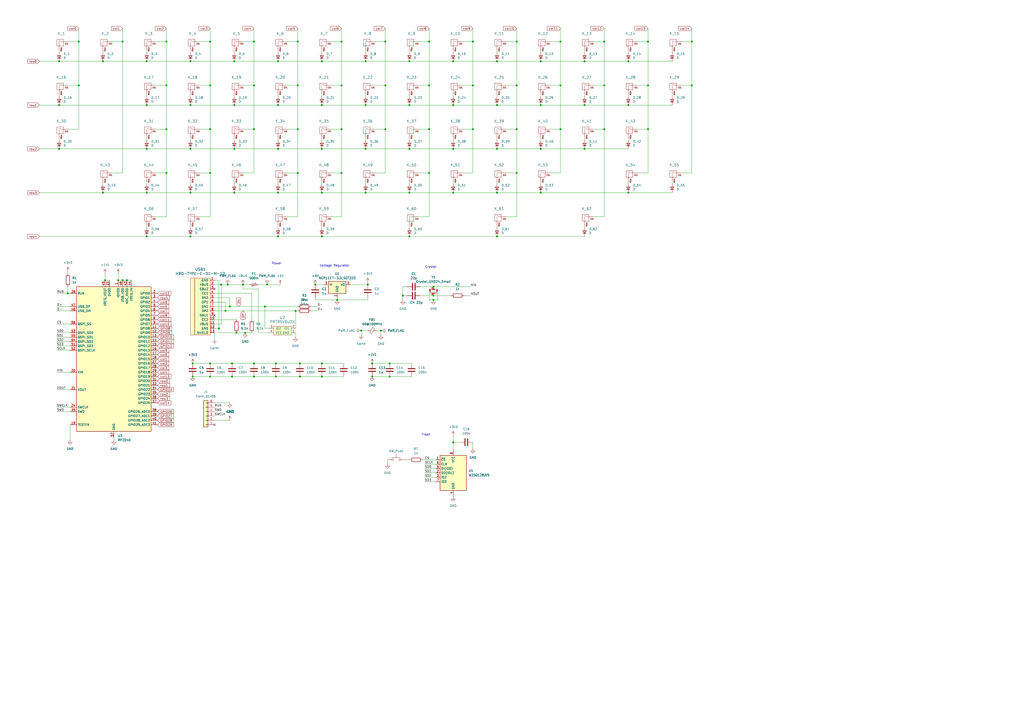
<source format=kicad_sch>
(kicad_sch (version 20231120) (generator "eeschema") (generator_version "8.0")
  (paper "A2")
  (title_block (title "boethia60") (date "2025-01-18") (rev "1"))
  (junction (at 299.72 24.13))
  (junction (at 325.12 24.13))
  (junction (at 213.36 165.1))
  (junction (at 172.72 49.53))
  (junction (at 34.29 35.56))
  (junction (at 299.72 74.93))
  (junction (at 215.9 210.82))
  (junction (at 313.69 86.36))
  (junction (at 364.49 111.76))
  (junction (at 110.49 137.16))
  (junction (at 172.72 24.13))
  (junction (at 364.49 60.96))
  (junction (at 34.29 60.96))
  (junction (at 198.12 74.93))
  (junction (at 85.09 86.36))
  (junction (at 128.27 165.1))
  (junction (at 186.69 218.44))
  (junction (at 262.89 60.96))
  (junction (at 127 190.5))
  (junction (at 147.32 210.82))
  (junction (at 160.02 210.82))
  (junction (at 121.92 100.33))
  (junction (at 161.29 35.56))
  (junction (at 350.52 24.13))
  (junction (at 121.92 24.13))
  (junction (at 288.29 60.96))
  (junction (at 226.06 210.82))
  (junction (at 110.49 60.96))
  (junction (at 135.89 60.96))
  (junction (at 401.32 24.13))
  (junction (at 111.76 210.82))
  (junction (at 85.09 60.96))
  (junction (at 212.09 111.76))
  (junction (at 248.92 24.13))
  (junction (at 195.58 173.99))
  (junction (at 68.58 162.56))
  (junction (at 375.92 49.53))
  (junction (at 274.32 74.93))
  (junction (at 186.69 60.96))
  (junction (at 339.09 86.36))
  (junction (at 96.52 24.13))
  (junction (at 111.76 218.44))
  (junction (at 251.46 171.45))
  (junction (at 186.69 137.16))
  (junction (at 161.29 137.16))
  (junction (at 212.09 35.56))
  (junction (at 60.96 162.56))
  (junction (at 135.89 111.76))
  (junction (at 299.72 49.53))
  (junction (at 39.37 170.18))
  (junction (at 212.09 86.36))
  (junction (at 147.32 49.53))
  (junction (at 339.09 60.96))
  (junction (at 96.52 49.53))
  (junction (at 96.52 100.33))
  (junction (at 274.32 24.13))
  (junction (at 132.08 165.1))
  (junction (at 71.12 162.56))
  (junction (at 121.92 74.93))
  (junction (at 288.29 137.16))
  (junction (at 85.09 137.16))
  (junction (at 274.32 49.53))
  (junction (at 288.29 86.36))
  (junction (at 161.29 111.76))
  (junction (at 96.52 74.93))
  (junction (at 140.97 165.1))
  (junction (at 45.72 24.13))
  (junction (at 161.29 86.36))
  (junction (at 161.29 60.96))
  (junction (at 85.09 111.76))
  (junction (at 110.49 35.56))
  (junction (at 223.52 49.53))
  (junction (at 186.69 35.56))
  (junction (at 401.32 49.53))
  (junction (at 85.09 35.56))
  (junction (at 172.72 74.93))
  (junction (at 147.32 24.13))
  (junction (at 153.67 177.8))
  (junction (at 121.92 210.82))
  (junction (at 212.09 60.96))
  (junction (at 171.45 180.34))
  (junction (at 299.72 100.33))
  (junction (at 45.72 49.53))
  (junction (at 73.66 162.56))
  (junction (at 134.62 210.82))
  (junction (at 226.06 218.44))
  (junction (at 198.12 49.53))
  (junction (at 237.49 60.96))
  (junction (at 375.92 74.93))
  (junction (at 375.92 24.13))
  (junction (at 237.49 137.16))
  (junction (at 223.52 24.13))
  (junction (at 135.89 86.36))
  (junction (at 110.49 111.76))
  (junction (at 209.55 191.77))
  (junction (at 313.69 35.56))
  (junction (at 135.89 35.56))
  (junction (at 142.24 193.04))
  (junction (at 160.02 218.44))
  (junction (at 121.92 49.53))
  (junction (at 325.12 74.93))
  (junction (at 186.69 111.76))
  (junction (at 237.49 111.76))
  (junction (at 262.89 256.54))
  (junction (at 34.29 86.36))
  (junction (at 262.89 111.76))
  (junction (at 223.52 74.93))
  (junction (at 325.12 49.53))
  (junction (at 121.92 218.44))
  (junction (at 233.68 171.45))
  (junction (at 313.69 60.96))
  (junction (at 71.12 24.13))
  (junction (at 251.46 166.37))
  (junction (at 186.69 86.36))
  (junction (at 237.49 86.36))
  (junction (at 147.32 218.44))
  (junction (at 182.88 165.1))
  (junction (at 237.49 35.56))
  (junction (at 186.69 210.82))
  (junction (at 248.92 49.53))
  (junction (at 313.69 111.76))
  (junction (at 173.99 210.82))
  (junction (at 198.12 24.13))
  (junction (at 350.52 74.93))
  (junction (at 350.52 49.53))
  (junction (at 172.72 100.33))
  (junction (at 288.29 111.76))
  (junction (at 262.89 86.36))
  (junction (at 262.89 35.56))
  (junction (at 133.35 177.8))
  (junction (at 339.09 35.56))
  (junction (at 215.9 218.44))
  (junction (at 147.32 74.93))
  (junction (at 173.99 218.44))
  (junction (at 110.49 86.36))
  (junction (at 154.94 165.1))
  (junction (at 251.46 173.99))
  (junction (at 134.62 218.44))
  (junction (at 59.69 111.76))
  (junction (at 248.92 74.93))
  (junction (at 198.12 100.33))
  (junction (at 288.29 35.56))
  (junction (at 137.16 193.04))
  (junction (at 364.49 35.56))
  (junction (at 248.92 100.33))
  (junction (at 59.69 35.56))
  (junction (at 130.81 180.34))
  (junction (at 220.98 191.77))
  (no_connect (at 124.46 182.88))
  (no_connect (at 124.46 246.38))
  (no_connect (at 124.46 167.64))
  (wire (pts (xy 212.09 35.56) (xy 237.49 35.56)))
  (wire (pts (xy 110.49 86.36) (xy 135.89 86.36)))
  (wire (pts (xy 215.9 210.82) (xy 226.06 210.82)))
  (wire (pts (xy 135.89 54.61) (xy 135.89 55.88)))
  (wire (pts (xy 154.94 165.1) (xy 162.56 165.1)))
  (wire (pts (xy 254 173.99) (xy 251.46 173.99)))
  (wire (pts (xy 234.95 266.7) (xy 237.49 266.7)))
  (wire (pts (xy 262.89 111.76) (xy 288.29 111.76)))
  (wire (pts (xy 124.46 187.96) (xy 128.27 187.96)))
  (wire (pts (xy 186.69 86.36) (xy 212.09 86.36)))
  (wire (pts (xy 71.12 162.56) (xy 73.66 162.56)))
  (wire (pts (xy 223.52 74.93) (xy 223.52 49.53)))
  (wire (pts (xy 242.57 74.93) (xy 248.92 74.93)))
  (wire (pts (xy 274.32 256.54) (xy 274.32 260.35)))
  (wire (pts (xy 140.97 165.1) (xy 144.78 165.1)))
  (wire (pts (xy 237.49 60.96) (xy 262.89 60.96)))
  (wire (pts (xy 60.96 158.75) (xy 60.96 162.56)))
  (wire (pts (xy 161.29 54.61) (xy 161.29 55.88)))
  (wire (pts (xy 248.92 24.13) (xy 248.92 49.53)))
  (wire (pts (xy 318.77 100.33) (xy 325.12 100.33)))
  (wire (pts (xy 237.49 54.61) (xy 237.49 55.88)))
  (wire (pts (xy 251.46 166.37) (xy 273.05 166.37)))
  (wire (pts (xy 274.32 24.13) (xy 274.32 49.53)))
  (wire (pts (xy 147.32 24.13) (xy 147.32 49.53)))
  (wire (pts (xy 85.09 60.96) (xy 110.49 60.96)))
  (wire (pts (xy 198.12 24.13) (xy 198.12 49.53)))
  (wire (pts (xy 224.79 266.7) (xy 224.79 269.24)))
  (wire (pts (xy 33.02 236.22) (xy 40.64 236.22)))
  (wire (pts (xy 40.64 246.38) (xy 40.64 255.27)))
  (wire (pts (xy 226.06 218.44) (xy 238.76 218.44)))
  (wire (pts (xy 293.37 74.93) (xy 299.72 74.93)))
  (wire (pts (xy 288.29 35.56) (xy 313.69 35.56)))
  (wire (pts (xy 180.34 177.8) (xy 184.15 177.8)))
  (wire (pts (xy 325.12 100.33) (xy 325.12 74.93)))
  (wire (pts (xy 198.12 125.73) (xy 198.12 100.33)))
  (wire (pts (xy 59.69 35.56) (xy 85.09 35.56)))
  (wire (pts (xy 45.72 74.93) (xy 45.72 49.53)))
  (wire (pts (xy 137.16 193.04) (xy 142.24 193.04)))
  (wire (pts (xy 140.97 100.33) (xy 147.32 100.33)))
  (wire (pts (xy 248.92 168.91) (xy 248.92 173.99)))
  (wire (pts (xy 121.92 16.51) (xy 121.92 24.13)))
  (wire (pts (xy 85.09 80.01) (xy 85.09 81.28)))
  (wire (pts (xy 262.89 105.41) (xy 262.89 106.68)))
  (wire (pts (xy 220.98 191.77) (xy 220.98 194.31)))
  (wire (pts (xy 173.99 218.44) (xy 186.69 218.44)))
  (wire (pts (xy 262.89 80.01) (xy 262.89 81.28)))
  (wire (pts (xy 237.49 137.16) (xy 288.29 137.16)))
  (wire (pts (xy 149.86 193.04) (xy 156.21 193.04)))
  (wire (pts (xy 96.52 16.51) (xy 96.52 24.13)))
  (wire (pts (xy 124.46 233.68) (xy 133.35 233.68)))
  (wire (pts (xy 71.12 24.13) (xy 71.12 100.33)))
  (wire (pts (xy 237.49 29.21) (xy 237.49 30.48)))
  (wire (pts (xy 153.67 177.8) (xy 172.72 177.8)))
  (wire (pts (xy 237.49 80.01) (xy 237.49 81.28)))
  (wire (pts (xy 262.89 256.54) (xy 266.7 256.54)))
  (wire (pts (xy 33.02 198.12) (xy 40.64 198.12)))
  (wire (pts (xy 246.38 276.86) (xy 252.73 276.86)))
  (wire (pts (xy 288.29 29.21) (xy 288.29 30.48)))
  (wire (pts (xy 172.72 16.51) (xy 172.72 24.13)))
  (wire (pts (xy 339.09 130.81) (xy 339.09 132.08)))
  (wire (pts (xy 389.89 54.61) (xy 389.89 55.88)))
  (wire (pts (xy 299.72 100.33) (xy 299.72 74.93)))
  (wire (pts (xy 243.84 166.37) (xy 251.46 166.37)))
  (wire (pts (xy 242.57 125.73) (xy 248.92 125.73)))
  (wire (pts (xy 233.68 171.45) (xy 233.68 173.99)))
  (wire (pts (xy 59.69 111.76) (xy 85.09 111.76)))
  (wire (pts (xy 128.27 165.1) (xy 124.46 165.1)))
  (wire (pts (xy 124.46 172.72) (xy 133.35 172.72)))
  (wire (pts (xy 267.97 24.13) (xy 274.32 24.13)))
  (wire (pts (xy 186.69 80.01) (xy 186.69 81.28)))
  (wire (pts (xy 153.67 177.8) (xy 153.67 190.5)))
  (wire (pts (xy 313.69 29.21) (xy 313.69 30.48)))
  (wire (pts (xy 325.12 74.93) (xy 325.12 49.53)))
  (wire (pts (xy 246.38 269.24) (xy 252.73 269.24)))
  (wire (pts (xy 172.72 125.73) (xy 172.72 100.33)))
  (wire (pts (xy 288.29 86.36) (xy 313.69 86.36)))
  (wire (pts (xy 248.92 16.51) (xy 248.92 24.13)))
  (wire (pts (xy 248.92 173.99) (xy 251.46 173.99)))
  (wire (pts (xy 85.09 35.56) (xy 110.49 35.56)))
  (wire (pts (xy 246.38 279.4) (xy 252.73 279.4)))
  (wire (pts (xy 85.09 29.21) (xy 85.09 30.48)))
  (wire (pts (xy 182.88 173.99) (xy 195.58 173.99)))
  (wire (pts (xy 68.58 162.56) (xy 71.12 162.56)))
  (wire (pts (xy 64.77 24.13) (xy 71.12 24.13)))
  (wire (pts (xy 161.29 111.76) (xy 186.69 111.76)))
  (wire (pts (xy 110.49 29.21) (xy 110.49 30.48)))
  (wire (pts (xy 364.49 29.21) (xy 364.49 30.48)))
  (wire (pts (xy 344.17 125.73) (xy 350.52 125.73)))
  (wire (pts (xy 325.12 16.51) (xy 325.12 24.13)))
  (wire (pts (xy 161.29 29.21) (xy 161.29 30.48)))
  (wire (pts (xy 212.09 111.76) (xy 237.49 111.76)))
  (wire (pts (xy 299.72 24.13) (xy 299.72 49.53)))
  (wire (pts (xy 226.06 210.82) (xy 238.76 210.82)))
  (wire (pts (xy 293.37 125.73) (xy 299.72 125.73)))
  (wire (pts (xy 339.09 54.61) (xy 339.09 55.88)))
  (wire (pts (xy 124.46 180.34) (xy 130.81 180.34)))
  (wire (pts (xy 147.32 74.93) (xy 147.32 49.53)))
  (wire (pts (xy 236.22 171.45) (xy 233.68 171.45)))
  (wire (pts (xy 127 162.56) (xy 127 190.5)))
  (wire (pts (xy 288.29 105.41) (xy 288.29 106.68)))
  (wire (pts (xy 39.37 170.18) (xy 40.64 170.18)))
  (wire (pts (xy 191.77 74.93) (xy 198.12 74.93)))
  (wire (pts (xy 34.29 29.21) (xy 34.29 30.48)))
  (wire (pts (xy 198.12 100.33) (xy 198.12 74.93)))
  (wire (pts (xy 147.32 210.82) (xy 160.02 210.82)))
  (wire (pts (xy 161.29 130.81) (xy 161.29 132.08)))
  (wire (pts (xy 134.62 210.82) (xy 147.32 210.82)))
  (wire (pts (xy 147.32 16.51) (xy 147.32 24.13)))
  (wire (pts (xy 191.77 125.73) (xy 198.12 125.73)))
  (wire (pts (xy 110.49 111.76) (xy 135.89 111.76)))
  (wire (pts (xy 248.92 125.73) (xy 248.92 100.33)))
  (wire (pts (xy 135.89 111.76) (xy 161.29 111.76)))
  (wire (pts (xy 318.77 74.93) (xy 325.12 74.93)))
  (wire (pts (xy 242.57 100.33) (xy 248.92 100.33)))
  (wire (pts (xy 85.09 54.61) (xy 85.09 55.88)))
  (wire (pts (xy 124.46 175.26) (xy 130.81 175.26)))
  (wire (pts (xy 233.68 166.37) (xy 233.68 171.45)))
  (wire (pts (xy 217.17 24.13) (xy 223.52 24.13)))
  (wire (pts (xy 350.52 125.73) (xy 350.52 74.93)))
  (wire (pts (xy 313.69 35.56) (xy 339.09 35.56)))
  (wire (pts (xy 339.09 80.01) (xy 339.09 81.28)))
  (wire (pts (xy 59.69 29.21) (xy 59.69 30.48)))
  (wire (pts (xy 127 190.5) (xy 124.46 190.5)))
  (wire (pts (xy 262.89 29.21) (xy 262.89 30.48)))
  (wire (pts (xy 212.09 29.21) (xy 212.09 30.48)))
  (wire (pts (xy 186.69 35.56) (xy 212.09 35.56)))
  (wire (pts (xy 288.29 54.61) (xy 288.29 55.88)))
  (wire (pts (xy 313.69 111.76) (xy 364.49 111.76)))
  (wire (pts (xy 110.49 105.41) (xy 110.49 106.68)))
  (wire (pts (xy 401.32 16.51) (xy 401.32 24.13)))
  (wire (pts (xy 209.55 191.77) (xy 209.55 194.31)))
  (wire (pts (xy 124.46 162.56) (xy 127 162.56)))
  (wire (pts (xy 288.29 137.16) (xy 339.09 137.16)))
  (wire (pts (xy 115.57 125.73) (xy 121.92 125.73)))
  (wire (pts (xy 293.37 100.33) (xy 299.72 100.33)))
  (wire (pts (xy 90.17 74.93) (xy 96.52 74.93)))
  (wire (pts (xy 34.29 35.56) (xy 59.69 35.56)))
  (wire (pts (xy 90.17 125.73) (xy 96.52 125.73)))
  (wire (pts (xy 274.32 100.33) (xy 274.32 74.93)))
  (wire (pts (xy 195.58 172.72) (xy 195.58 173.99)))
  (wire (pts (xy 186.69 105.41) (xy 186.69 106.68)))
  (wire (pts (xy 267.97 74.93) (xy 274.32 74.93)))
  (wire (pts (xy 186.69 130.81) (xy 186.69 132.08)))
  (wire (pts (xy 153.67 190.5) (xy 156.21 190.5)))
  (wire (pts (xy 344.17 74.93) (xy 350.52 74.93)))
  (wire (pts (xy 171.45 180.34) (xy 172.72 180.34)))
  (wire (pts (xy 262.89 86.36) (xy 288.29 86.36)))
  (wire (pts (xy 213.36 163.83) (xy 213.36 165.1)))
  (wire (pts (xy 146.05 170.18) (xy 146.05 185.42)))
  (wire (pts (xy 33.02 238.76) (xy 40.64 238.76)))
  (wire (pts (xy 364.49 111.76) (xy 389.89 111.76)))
  (wire (pts (xy 161.29 86.36) (xy 186.69 86.36)))
  (wire (pts (xy 213.36 191.77) (xy 209.55 191.77)))
  (wire (pts (xy 254 168.91) (xy 254 173.99)))
  (wire (pts (xy 110.49 137.16) (xy 161.29 137.16)))
  (wire (pts (xy 299.72 125.73) (xy 299.72 100.33)))
  (wire (pts (xy 191.77 49.53) (xy 198.12 49.53)))
  (wire (pts (xy 85.09 86.36) (xy 110.49 86.36)))
  (wire (pts (xy 130.81 180.34) (xy 171.45 180.34)))
  (wire (pts (xy 166.37 24.13) (xy 172.72 24.13)))
  (wire (pts (xy 237.49 111.76) (xy 262.89 111.76)))
  (wire (pts (xy 299.72 16.51) (xy 299.72 24.13)))
  (wire (pts (xy 369.57 24.13) (xy 375.92 24.13)))
  (wire (pts (xy 166.37 74.93) (xy 172.72 74.93)))
  (wire (pts (xy 198.12 16.51) (xy 198.12 24.13)))
  (wire (pts (xy 223.52 24.13) (xy 223.52 49.53)))
  (wire (pts (xy 191.77 100.33) (xy 198.12 100.33)))
  (wire (pts (xy 135.89 35.56) (xy 161.29 35.56)))
  (wire (pts (xy 115.57 74.93) (xy 121.92 74.93)))
  (wire (pts (xy 172.72 24.13) (xy 172.72 49.53)))
  (wire (pts (xy 274.32 16.51) (xy 274.32 24.13)))
  (wire (pts (xy 203.2 165.1) (xy 213.36 165.1)))
  (wire (pts (xy 33.02 180.34) (xy 40.64 180.34)))
  (wire (pts (xy 124.46 185.42) (xy 137.16 185.42)))
  (wire (pts (xy 166.37 49.53) (xy 172.72 49.53)))
  (wire (pts (xy 339.09 29.21) (xy 339.09 30.48)))
  (wire (pts (xy 375.92 16.51) (xy 375.92 24.13)))
  (wire (pts (xy 242.57 24.13) (xy 248.92 24.13)))
  (wire (pts (xy 132.08 165.1) (xy 140.97 165.1)))
  (wire (pts (xy 288.29 60.96) (xy 313.69 60.96)))
  (wire (pts (xy 262.89 60.96) (xy 288.29 60.96)))
  (wire (pts (xy 369.57 49.53) (xy 375.92 49.53)))
  (wire (pts (xy 59.69 105.41) (xy 59.69 106.68)))
  (wire (pts (xy 90.17 49.53) (xy 96.52 49.53)))
  (wire (pts (xy 246.38 271.78) (xy 252.73 271.78)))
  (wire (pts (xy 215.9 218.44) (xy 226.06 218.44)))
  (wire (pts (xy 186.69 60.96) (xy 212.09 60.96)))
  (wire (pts (xy 130.81 175.26) (xy 130.81 180.34)))
  (wire (pts (xy 134.62 218.44) (xy 147.32 218.44)))
  (wire (pts (xy 39.37 74.93) (xy 45.72 74.93)))
  (wire (pts (xy 245.11 266.7) (xy 252.73 266.7)))
  (wire (pts (xy 339.09 60.96) (xy 364.49 60.96)))
  (wire (pts (xy 274.32 74.93) (xy 274.32 49.53)))
  (wire (pts (xy 121.92 218.44) (xy 134.62 218.44)))
  (wire (pts (xy 133.35 172.72) (xy 133.35 177.8)))
  (wire (pts (xy 45.72 16.51) (xy 45.72 24.13)))
  (wire (pts (xy 39.37 166.37) (xy 39.37 170.18)))
  (wire (pts (xy 142.24 193.04) (xy 146.05 193.04)))
  (wire (pts (xy 147.32 100.33) (xy 147.32 74.93)))
  (wire (pts (xy 64.77 100.33) (xy 71.12 100.33)))
  (wire (pts (xy 318.77 49.53) (xy 325.12 49.53)))
  (wire (pts (xy 39.37 24.13) (xy 45.72 24.13)))
  (wire (pts (xy 364.49 105.41) (xy 364.49 106.68)))
  (wire (pts (xy 288.29 130.81) (xy 288.29 132.08)))
  (wire (pts (xy 267.97 49.53) (xy 274.32 49.53)))
  (wire (pts (xy 85.09 111.76) (xy 110.49 111.76)))
  (wire (pts (xy 325.12 24.13) (xy 325.12 49.53)))
  (wire (pts (xy 22.86 111.76) (xy 59.69 111.76)))
  (wire (pts (xy 34.29 80.01) (xy 34.29 81.28)))
  (wire (pts (xy 33.02 215.9) (xy 40.64 215.9)))
  (wire (pts (xy 313.69 86.36) (xy 339.09 86.36)))
  (wire (pts (xy 124.46 243.84) (xy 133.35 243.84)))
  (wire (pts (xy 34.29 60.96) (xy 85.09 60.96)))
  (wire (pts (xy 85.09 105.41) (xy 85.09 106.68)))
  (wire (pts (xy 127 193.04) (xy 137.16 193.04)))
  (wire (pts (xy 133.35 177.8) (xy 153.67 177.8)))
  (wire (pts (xy 33.02 195.58) (xy 40.64 195.58)))
  (wire (pts (xy 212.09 86.36) (xy 237.49 86.36)))
  (wire (pts (xy 313.69 105.41) (xy 313.69 106.68)))
  (wire (pts (xy 110.49 80.01) (xy 110.49 81.28)))
  (wire (pts (xy 160.02 210.82) (xy 173.99 210.82)))
  (wire (pts (xy 180.34 180.34) (xy 184.15 180.34)))
  (wire (pts (xy 186.69 29.21) (xy 186.69 30.48)))
  (wire (pts (xy 375.92 74.93) (xy 375.92 49.53)))
  (wire (pts (xy 115.57 100.33) (xy 121.92 100.33)))
  (wire (pts (xy 237.49 130.81) (xy 237.49 132.08)))
  (wire (pts (xy 212.09 54.61) (xy 212.09 55.88)))
  (wire (pts (xy 237.49 35.56) (xy 262.89 35.56)))
  (wire (pts (xy 128.27 187.96) (xy 128.27 165.1)))
  (wire (pts (xy 124.46 193.04) (xy 124.46 196.85)))
  (wire (pts (xy 115.57 49.53) (xy 121.92 49.53)))
  (wire (pts (xy 262.89 252.73) (xy 262.89 256.54)))
  (wire (pts (xy 39.37 157.48) (xy 39.37 158.75)))
  (wire (pts (xy 288.29 111.76) (xy 313.69 111.76)))
  (wire (pts (xy 33.02 203.2) (xy 40.64 203.2)))
  (wire (pts (xy 121.92 210.82) (xy 134.62 210.82)))
  (wire (pts (xy 299.72 74.93) (xy 299.72 49.53)))
  (wire (pts (xy 288.29 80.01) (xy 288.29 81.28)))
  (wire (pts (xy 71.12 16.51) (xy 71.12 24.13)))
  (wire (pts (xy 90.17 24.13) (xy 96.52 24.13)))
  (wire (pts (xy 369.57 74.93) (xy 375.92 74.93)))
  (wire (pts (xy 339.09 86.36) (xy 364.49 86.36)))
  (wire (pts (xy 140.97 49.53) (xy 147.32 49.53)))
  (wire (pts (xy 364.49 54.61) (xy 364.49 55.88)))
  (wire (pts (xy 161.29 137.16) (xy 186.69 137.16)))
  (wire (pts (xy 85.09 130.81) (xy 85.09 132.08)))
  (wire (pts (xy 110.49 130.81) (xy 110.49 132.08)))
  (wire (pts (xy 96.52 74.93) (xy 96.52 49.53)))
  (wire (pts (xy 223.52 16.51) (xy 223.52 24.13)))
  (wire (pts (xy 251.46 171.45) (xy 261.62 171.45)))
  (wire (pts (xy 166.37 125.73) (xy 172.72 125.73)))
  (wire (pts (xy 33.02 187.96) (xy 40.64 187.96)))
  (wire (pts (xy 172.72 74.93) (xy 172.72 49.53)))
  (wire (pts (xy 269.24 171.45) (xy 273.05 171.45)))
  (wire (pts (xy 161.29 105.41) (xy 161.29 106.68)))
  (wire (pts (xy 212.09 105.41) (xy 212.09 106.68)))
  (wire (pts (xy 186.69 137.16) (xy 237.49 137.16)))
  (wire (pts (xy 217.17 74.93) (xy 223.52 74.93)))
  (wire (pts (xy 375.92 100.33) (xy 375.92 74.93)))
  (wire (pts (xy 33.02 177.8) (xy 40.64 177.8)))
  (wire (pts (xy 149.86 193.04) (xy 149.86 167.64)))
  (wire (pts (xy 401.32 100.33) (xy 401.32 49.53)))
  (wire (pts (xy 369.57 100.33) (xy 375.92 100.33)))
  (wire (pts (xy 195.58 173.99) (xy 213.36 173.99)))
  (wire (pts (xy 135.89 60.96) (xy 161.29 60.96)))
  (wire (pts (xy 318.77 24.13) (xy 325.12 24.13)))
  (wire (pts (xy 90.17 100.33) (xy 96.52 100.33)))
  (wire (pts (xy 171.45 180.34) (xy 171.45 190.5)))
  (wire (pts (xy 124.46 177.8) (xy 133.35 177.8)))
  (wire (pts (xy 161.29 80.01) (xy 161.29 81.28)))
  (wire (pts (xy 73.66 162.56) (xy 76.2 162.56)))
  (wire (pts (xy 186.69 54.61) (xy 186.69 55.88)))
  (wire (pts (xy 140.97 74.93) (xy 147.32 74.93)))
  (wire (pts (xy 135.89 29.21) (xy 135.89 30.48)))
  (wire (pts (xy 186.69 210.82) (xy 199.39 210.82)))
  (wire (pts (xy 364.49 80.01) (xy 364.49 81.28)))
  (wire (pts (xy 262.89 256.54) (xy 262.89 261.62)))
  (wire (pts (xy 394.97 24.13) (xy 401.32 24.13)))
  (wire (pts (xy 389.89 29.21) (xy 389.89 30.48)))
  (wire (pts (xy 344.17 49.53) (xy 350.52 49.53)))
  (wire (pts (xy 33.02 193.04) (xy 40.64 193.04)))
  (wire (pts (xy 135.89 86.36) (xy 161.29 86.36)))
  (wire (pts (xy 149.86 165.1) (xy 154.94 165.1)))
  (wire (pts (xy 135.89 105.41) (xy 135.89 106.68)))
  (wire (pts (xy 313.69 60.96) (xy 339.09 60.96)))
  (wire (pts (xy 160.02 218.44) (xy 173.99 218.44)))
  (wire (pts (xy 191.77 24.13) (xy 198.12 24.13)))
  (wire (pts (xy 217.17 100.33) (xy 223.52 100.33)))
  (wire (pts (xy 248.92 100.33) (xy 248.92 74.93)))
  (wire (pts (xy 237.49 86.36) (xy 262.89 86.36)))
  (wire (pts (xy 293.37 49.53) (xy 299.72 49.53)))
  (wire (pts (xy 394.97 100.33) (xy 401.32 100.33)))
  (wire (pts (xy 364.49 35.56) (xy 389.89 35.56)))
  (wire (pts (xy 237.49 105.41) (xy 237.49 106.68)))
  (wire (pts (xy 171.45 193.04) (xy 171.45 195.58)))
  (wire (pts (xy 39.37 49.53) (xy 45.72 49.53)))
  (wire (pts (xy 172.72 100.33) (xy 172.72 74.93)))
  (wire (pts (xy 161.29 35.56) (xy 186.69 35.56)))
  (wire (pts (xy 161.29 60.96) (xy 186.69 60.96)))
  (wire (pts (xy 267.97 100.33) (xy 274.32 100.33)))
  (wire (pts (xy 115.57 24.13) (xy 121.92 24.13)))
  (wire (pts (xy 389.89 105.41) (xy 389.89 106.68)))
  (wire (pts (xy 293.37 24.13) (xy 299.72 24.13)))
  (wire (pts (xy 111.76 218.44) (xy 121.92 218.44)))
  (wire (pts (xy 364.49 60.96) (xy 389.89 60.96)))
  (wire (pts (xy 339.09 35.56) (xy 364.49 35.56)))
  (wire (pts (xy 350.52 16.51) (xy 350.52 24.13)))
  (wire (pts (xy 218.44 191.77) (xy 220.98 191.77)))
  (wire (pts (xy 344.17 24.13) (xy 350.52 24.13)))
  (wire (pts (xy 350.52 24.13) (xy 350.52 49.53)))
  (wire (pts (xy 22.86 35.56) (xy 34.29 35.56)))
  (wire (pts (xy 394.97 49.53) (xy 401.32 49.53)))
  (wire (pts (xy 128.27 165.1) (xy 132.08 165.1)))
  (wire (pts (xy 34.29 86.36) (xy 85.09 86.36)))
  (wire (pts (xy 262.89 35.56) (xy 288.29 35.56)))
  (wire (pts (xy 127 190.5) (xy 127 193.04)))
  (wire (pts (xy 124.46 170.18) (xy 146.05 170.18)))
  (wire (pts (xy 182.88 172.72) (xy 182.88 173.99)))
  (wire (pts (xy 121.92 125.73) (xy 121.92 100.33)))
  (wire (pts (xy 110.49 54.61) (xy 110.49 55.88)))
  (wire (pts (xy 217.17 49.53) (xy 223.52 49.53)))
  (wire (pts (xy 350.52 74.93) (xy 350.52 49.53)))
  (wire (pts (xy 110.49 60.96) (xy 135.89 60.96)))
  (wire (pts (xy 212.09 80.01) (xy 212.09 81.28)))
  (wire (pts (xy 111.76 210.82) (xy 121.92 210.82)))
  (wire (pts (xy 198.12 74.93) (xy 198.12 49.53)))
  (wire (pts (xy 33.02 226.06) (xy 40.64 226.06)))
  (wire (pts (xy 375.92 24.13) (xy 375.92 49.53)))
  (wire (pts (xy 96.52 125.73) (xy 96.52 100.33)))
  (wire (pts (xy 121.92 74.93) (xy 121.92 49.53)))
  (wire (pts (xy 22.86 86.36) (xy 34.29 86.36)))
  (wire (pts (xy 262.89 54.61) (xy 262.89 55.88)))
  (wire (pts (xy 22.86 60.96) (xy 34.29 60.96)))
  (wire (pts (xy 140.97 24.13) (xy 147.32 24.13)))
  (wire (pts (xy 121.92 100.33) (xy 121.92 74.93)))
  (wire (pts (xy 149.86 167.64) (xy 140.97 167.64)))
  (wire (pts (xy 45.72 24.13) (xy 45.72 49.53)))
  (wire (pts (xy 242.57 49.53) (xy 248.92 49.53)))
  (wire (pts (xy 66.04 254) (xy 66.04 255.27)))
  (wire (pts (xy 213.36 172.72) (xy 213.36 173.99)))
  (wire (pts (xy 33.02 200.66) (xy 40.64 200.66)))
  (wire (pts (xy 186.69 111.76) (xy 212.09 111.76)))
  (wire (pts (xy 68.58 158.75) (xy 68.58 162.56)))
  (wire (pts (xy 33.02 170.18) (xy 39.37 170.18)))
  (wire (pts (xy 186.69 218.44) (xy 199.39 218.44)))
  (wire (pts (xy 223.52 100.33) (xy 223.52 74.93)))
  (wire (pts (xy 147.32 218.44) (xy 160.02 218.44)))
  (wire (pts (xy 96.52 24.13) (xy 96.52 49.53)))
  (wire (pts (xy 173.99 210.82) (xy 186.69 210.82)))
  (wire (pts (xy 313.69 54.61) (xy 313.69 55.88)))
  (wire (pts (xy 246.38 274.32) (xy 252.73 274.32)))
  (wire (pts (xy 313.69 80.01) (xy 313.69 81.28)))
  (wire (pts (xy 60.96 162.56) (xy 63.5 162.56)))
  (wire (pts (xy 96.52 100.33) (xy 96.52 74.93)))
  (wire (pts (xy 121.92 24.13) (xy 121.92 49.53)))
  (wire (pts (xy 262.89 287.02) (xy 262.89 288.29)))
  (wire (pts (xy 212.09 60.96) (xy 237.49 60.96)))
  (wire (pts (xy 135.89 80.01) (xy 135.89 81.28)))
  (wire (pts (xy 236.22 166.37) (xy 233.68 166.37)))
  (wire (pts (xy 187.96 165.1) (xy 182.88 165.1)))
  (wire (pts (xy 243.84 171.45) (xy 251.46 171.45)))
  (wire (pts (xy 110.49 35.56) (xy 135.89 35.56)))
  (wire (pts (xy 85.09 137.16) (xy 110.49 137.16)))
  (wire (pts (xy 34.29 54.61) (xy 34.29 55.88)))
  (wire (pts (xy 166.37 100.33) (xy 172.72 100.33)))
  (wire (pts (xy 248.92 74.93) (xy 248.92 49.53)))
  (wire (pts (xy 140.97 167.64) (xy 140.97 165.1)))
  (wire (pts (xy 401.32 24.13) (xy 401.32 49.53)))
  (wire (pts (xy 22.86 137.16) (xy 85.09 137.16)))
  (text "Flash" (at 247.142 252.222 0) (effects (font (size 1.27 1.27))))
  (text "Power" (at 160.528 152.908 0) (effects (font (size 1.27 1.27))))
  (text "Crystal" (at 249.936 154.94 0) (effects (font (size 1.27 1.27))))
  (text "Voltage Regulator" (at 194.056 154.178 0) (effects (font (size 1.27 1.27))))
  (label "XOUT" (at 33.02 226.06 0))
  (label "SCLK" (at 246.38 269.24 0))
  (label "D+" (at 184.15 180.34 0))
  (label "XOUT" (at 273.05 171.45 0))
  (label "XIN" (at 33.02 215.9 0))
  (label "RUN" (at 124.46 236.22 0))
  (label "SD0" (at 246.38 271.78 0))
  (label "SWD" (at 33.02 238.76 0))
  (label "SD2" (at 33.02 198.12 0))
  (label "RUN" (at 33.02 170.18 0))
  (label "SD2" (at 246.38 276.86 0))
  (label "CS" (at 246.38 266.7 0))
  (label "XIN" (at 273.05 166.37 0))
  (label "SD3" (at 33.02 200.66 0))
  (label "SCLK" (at 33.02 203.2 0))
  (label "SWD" (at 124.46 238.76 0))
  (label "SWCLK" (at 33.02 236.22 0))
  (label "SD1" (at 246.38 274.32 0))
  (label "D-" (at 33.02 180.34 0))
  (label "SD1" (at 33.02 195.58 0))
  (label "SWCLK" (at 124.46 241.3 0))
  (label "SD0" (at 33.02 193.04 0))
  (label "D+" (at 33.02 177.8 0))
  (label "D-" (at 184.15 177.8 0))
  (label "SD3" (at 246.38 279.4 0))
  (label "CS" (at 33.02 187.96 0))
  (global_label "GPIO11" (shape input) (at 91.44 198.12 0) (property "Intersheetrefs" "${INTERSHEET_REFS}" (effects (hide yes))))
  (global_label "GPIO8" (shape input) (at 91.44 190.5 0) (property "Intersheetrefs" "${INTERSHEET_REFS}" (effects (hide yes))))
  (global_label "GPIO22" (shape input) (at 91.44 226.06 0) (property "Intersheetrefs" "${INTERSHEET_REFS}" (effects (hide yes))))
  (global_label "row4" (shape input) (at 22.86 137.16 180) (property "Intersheetrefs" "${INTERSHEET_REFS}" (effects (hide yes))))
  (global_label "col3" (shape input) (at 121.92 16.51 180) (property "Intersheetrefs" "${INTERSHEET_REFS}" (effects (hide yes))))
  (global_label "col1" (shape input) (at 91.44 208.28 0) (property "Intersheetrefs" "${INTERSHEET_REFS}" (effects (hide yes))))
  (global_label "col12" (shape input) (at 91.44 170.18 0) (property "Intersheetrefs" "${INTERSHEET_REFS}" (effects (hide yes))))
  (global_label "col11" (shape input) (at 91.44 185.42 0) (property "Intersheetrefs" "${INTERSHEET_REFS}" (effects (hide yes))))
  (global_label "col10" (shape input) (at 91.44 187.96 0) (property "Intersheetrefs" "${INTERSHEET_REFS}" (effects (hide yes))))
  (global_label "col13" (shape input) (at 375.92 16.51 180) (property "Intersheetrefs" "${INTERSHEET_REFS}" (effects (hide yes))))
  (global_label "col0" (shape input) (at 45.72 16.51 180) (property "Intersheetrefs" "${INTERSHEET_REFS}" (effects (hide yes))))
  (global_label "GPIO10" (shape input) (at 91.44 195.58 0) (property "Intersheetrefs" "${INTERSHEET_REFS}" (effects (hide yes))))
  (global_label "DN" (shape input) (at 138.43 177.8 90) (property "Intersheetrefs" "${INTERSHEET_REFS}" (effects (hide yes))))
  (global_label "col12" (shape input) (at 350.52 16.51 180) (property "Intersheetrefs" "${INTERSHEET_REFS}" (effects (hide yes))))
  (global_label "row2" (shape input) (at 91.44 228.6 0) (property "Intersheetrefs" "${INTERSHEET_REFS}" (effects (hide yes))))
  (global_label "col6" (shape input) (at 91.44 175.26 0) (property "Intersheetrefs" "${INTERSHEET_REFS}" (effects (hide yes))))
  (global_label "GPIO12" (shape input) (at 91.44 200.66 0) (property "Intersheetrefs" "${INTERSHEET_REFS}" (effects (hide yes))))
  (global_label "col14" (shape input) (at 91.44 233.68 0) (property "Intersheetrefs" "${INTERSHEET_REFS}" (effects (hide yes))))
  (global_label "row2" (shape input) (at 22.86 86.36 180) (property "Intersheetrefs" "${INTERSHEET_REFS}" (effects (hide yes))))
  (global_label "col9" (shape input) (at 91.44 203.2 0) (property "Intersheetrefs" "${INTERSHEET_REFS}" (effects (hide yes))))
  (global_label "row0" (shape input) (at 91.44 220.98 0) (property "Intersheetrefs" "${INTERSHEET_REFS}" (effects (hide yes))))
  (global_label "GPIO9" (shape input) (at 91.44 193.04 0) (property "Intersheetrefs" "${INTERSHEET_REFS}" (effects (hide yes))))
  (global_label "col0" (shape input) (at 91.44 205.74 0) (property "Intersheetrefs" "${INTERSHEET_REFS}" (effects (hide yes))))
  (global_label "DP" (shape input) (at 140.97 180.34 270) (property "Intersheetrefs" "${INTERSHEET_REFS}" (effects (hide yes))))
  (global_label "row4" (shape input) (at 91.44 172.72 0) (property "Intersheetrefs" "${INTERSHEET_REFS}" (effects (hide yes))))
  (global_label "col5" (shape input) (at 172.72 16.51 180) (property "Intersheetrefs" "${INTERSHEET_REFS}" (effects (hide yes))))
  (global_label "row3" (shape input) (at 91.44 231.14 0) (property "Intersheetrefs" "${INTERSHEET_REFS}" (effects (hide yes))))
  (global_label "row1" (shape input) (at 22.86 60.96 180) (property "Intersheetrefs" "${INTERSHEET_REFS}" (effects (hide yes))))
  (global_label "col4" (shape input) (at 91.44 215.9 0) (property "Intersheetrefs" "${INTERSHEET_REFS}" (effects (hide yes))))
  (global_label "col10" (shape input) (at 299.72 16.51 180) (property "Intersheetrefs" "${INTERSHEET_REFS}" (effects (hide yes))))
  (global_label "col3" (shape input) (at 91.44 213.36 0) (property "Intersheetrefs" "${INTERSHEET_REFS}" (effects (hide yes))))
  (global_label "row0" (shape input) (at 22.86 35.56 180) (property "Intersheetrefs" "${INTERSHEET_REFS}" (effects (hide yes))))
  (global_label "GPIO28" (shape input) (at 91.44 243.84 0) (property "Intersheetrefs" "${INTERSHEET_REFS}" (effects (hide yes))))
  (global_label "GPIO29" (shape input) (at 91.44 246.38 0) (property "Intersheetrefs" "${INTERSHEET_REFS}" (effects (hide yes))))
  (global_label "col7" (shape input) (at 223.52 16.51 180) (property "Intersheetrefs" "${INTERSHEET_REFS}" (effects (hide yes))))
  (global_label "col5" (shape input) (at 91.44 177.8 0) (property "Intersheetrefs" "${INTERSHEET_REFS}" (effects (hide yes))))
  (global_label "col8" (shape input) (at 91.44 182.88 0) (property "Intersheetrefs" "${INTERSHEET_REFS}" (effects (hide yes))))
  (global_label "row1" (shape input) (at 91.44 223.52 0) (property "Intersheetrefs" "${INTERSHEET_REFS}" (effects (hide yes))))
  (global_label "col8" (shape input) (at 248.92 16.51 180) (property "Intersheetrefs" "${INTERSHEET_REFS}" (effects (hide yes))))
  (global_label "GPIO26" (shape input) (at 91.44 238.76 0) (property "Intersheetrefs" "${INTERSHEET_REFS}" (effects (hide yes))))
  (global_label "col6" (shape input) (at 198.12 16.51 180) (property "Intersheetrefs" "${INTERSHEET_REFS}" (effects (hide yes))))
  (global_label "col11" (shape input) (at 325.12 16.51 180) (property "Intersheetrefs" "${INTERSHEET_REFS}" (effects (hide yes))))
  (global_label "col14" (shape input) (at 401.32 16.51 180) (property "Intersheetrefs" "${INTERSHEET_REFS}" (effects (hide yes))))
  (global_label "col7" (shape input) (at 91.44 180.34 0) (property "Intersheetrefs" "${INTERSHEET_REFS}" (effects (hide yes))))
  (global_label "col4" (shape input) (at 147.32 16.51 180) (property "Intersheetrefs" "${INTERSHEET_REFS}" (effects (hide yes))))
  (global_label "col1" (shape input) (at 71.12 16.51 180) (property "Intersheetrefs" "${INTERSHEET_REFS}" (effects (hide yes))))
  (global_label "col9" (shape input) (at 274.32 16.51 180) (property "Intersheetrefs" "${INTERSHEET_REFS}" (effects (hide yes))))
  (global_label "GPIO27" (shape input) (at 91.44 241.3 0) (property "Intersheetrefs" "${INTERSHEET_REFS}" (effects (hide yes))))
  (global_label "col13" (shape input) (at 91.44 218.44 0) (property "Intersheetrefs" "${INTERSHEET_REFS}" (effects (hide yes))))
  (global_label "row3" (shape input) (at 22.86 111.76 180) (property "Intersheetrefs" "${INTERSHEET_REFS}" (effects (hide yes))))
  (global_label "col2" (shape input) (at 91.44 210.82 0) (property "Intersheetrefs" "${INTERSHEET_REFS}" (effects (hide yes))))
  (global_label "col2" (shape input) (at 96.52 16.51 180) (property "Intersheetrefs" "${INTERSHEET_REFS}" (effects (hide yes))))
  (symbol (lib_id "MX_Alps_Hybrid:MX-NoLED") (at 162.56 50.8 0) (unit 1)
    (property "Reference" "K_20" (at 162.56 44.8818 0) (effects (font (size 1.524 1.524))))
    (property "Value" "r" (effects (hide yes)))
    (property "Footprint" "local:SW_Hotswap_Kailh_Choc_V1V2_annotated" (effects (hide yes)))
  )
  (symbol (lib_id "power:GND") (at 171.45 195.58 0) (unit 1)
    (property "Reference" "#PWR014" (effects (hide yes)))
    (property "Value" "GND" (at 171.45 200.66 0))
    (property "Description" "Power symbol creates a global label with name \"GND\" , ground" (effects (hide yes)))
  )
  (symbol (lib_id "MX_Alps_Hybrid:MX-NoLED") (at 238.76 25.4 0) (unit 1)
    (property "Reference" "K_9" (at 238.76 19.4818 0) (effects (font (size 1.524 1.524))))
    (property "Value" "8" (effects (hide yes)))
    (property "Footprint" "local:SW_Hotswap_Kailh_Choc_V1V2_annotated" (effects (hide yes)))
  )
  (symbol (lib_id "MX_Alps_Hybrid:MX-NoLED") (at 264.16 50.8 0) (unit 1)
    (property "Reference" "K_24" (at 264.16 44.8818 0) (effects (font (size 1.524 1.524))))
    (property "Value" "i" (effects (hide yes)))
    (property "Footprint" "local:SW_Hotswap_Kailh_Choc_V1V2_annotated" (effects (hide yes)))
  )
  (symbol (lib_id "Device:D_Small") (at 110.49 33.02 90) (unit 1)
    (property "Reference" "D_4" (at 113.03 31.242 90) (effects (justify right)))
    (property "Value" "D" (at 113.03 33.528 90) (effects (justify right)))
    (property "Footprint" "Diode_SMD:D_SOD-323" (effects (hide yes)))
    (property "JLCPCB Part" "C2128" (effects (hide yes)))
  )
  (symbol (lib_id "Device:D_Small") (at 161.29 33.02 90) (unit 1)
    (property "Reference" "D_6" (at 163.83 31.242 90) (effects (justify right)))
    (property "Value" "D" (at 163.83 33.528 90) (effects (justify right)))
    (property "Footprint" "Diode_SMD:D_SOD-323" (effects (hide yes)))
    (property "JLCPCB Part" "C2128" (effects (hide yes)))
  )
  (symbol (lib_id "Device:D_Small") (at 288.29 33.02 90) (unit 1)
    (property "Reference" "D_11" (at 290.83 31.242 90) (effects (justify right)))
    (property "Value" "D" (at 290.83 33.528 90) (effects (justify right)))
    (property "Footprint" "Diode_SMD:D_SOD-323" (effects (hide yes)))
    (property "JLCPCB Part" "C2128" (effects (hide yes)))
  )
  (symbol (lib_id "Device:D_Small") (at 135.89 83.82 90) (unit 1)
    (property "Reference" "D_33" (at 138.43 82.042 90) (effects (justify right)))
    (property "Value" "D" (at 138.43 84.328 90) (effects (justify right)))
    (property "Footprint" "Diode_SMD:D_SOD-323" (effects (hide yes)))
    (property "JLCPCB Part" "C2128" (effects (hide yes)))
  )
  (symbol (lib_id "Device:D_Small") (at 110.49 109.22 90) (unit 1)
    (property "Reference" "D_45" (at 113.03 107.442 90) (effects (justify right)))
    (property "Value" "D" (at 113.03 109.728 90) (effects (justify right)))
    (property "Footprint" "Diode_SMD:D_SOD-323" (effects (hide yes)))
    (property "JLCPCB Part" "C2128" (effects (hide yes)))
  )
  (symbol (lib_id "power:+3V3") (at 262.89 252.73 0) (unit 1)
    (property "Reference" "#PWR022" (effects (hide yes)))
    (property "Value" "+3V3" (at 262.89 247.65 0))
    (property "Description" "Power symbol creates a global label with name \"+3V3\"" (effects (hide yes)))
  )
  (symbol (lib_id "Device:D_Small") (at 110.49 58.42 90) (unit 1)
    (property "Reference" "D_18" (at 113.03 56.642 90) (effects (justify right)))
    (property "Value" "D" (at 113.03 58.928 90) (effects (justify right)))
    (property "Footprint" "Diode_SMD:D_SOD-323" (effects (hide yes)))
    (property "JLCPCB Part" "C2128" (effects (hide yes)))
  )
  (symbol (lib_id "MX_Alps_Hybrid:MX-NoLED") (at 340.36 127 0) (unit 1)
    (property "Reference" "K_62" (at 340.36 121.0818 0) (effects (font (size 1.524 1.524))))
    (property "Value" "r_ctrl" (effects (hide yes)))
    (property "Footprint" "local:SW_Hotswap_Kailh_Choc_V1V2_annotated" (effects (hide yes)))
  )
  (symbol (lib_id "MX_Alps_Hybrid:MX-NoLED") (at 111.76 50.8 0) (unit 1)
    (property "Reference" "K_18" (at 111.76 44.8818 0) (effects (font (size 1.524 1.524))))
    (property "Value" "w" (effects (hide yes)))
    (property "Footprint" "local:SW_Hotswap_Kailh_Choc_V1V2_annotated" (effects (hide yes)))
  )
  (symbol (lib_id "Device:D_Small") (at 339.09 134.62 90) (unit 1)
    (property "Reference" "D_62" (at 341.63 132.842 90) (effects (justify right)))
    (property "Value" "D" (at 341.63 135.128 90) (effects (justify right)))
    (property "Footprint" "Diode_SMD:D_SOD-323" (effects (hide yes)))
    (property "JLCPCB Part" "C2128" (effects (hide yes)))
  )
  (symbol (lib_id "Device:D_Small") (at 313.69 109.22 90) (unit 1)
    (property "Reference" "D_53" (at 316.23 107.442 90) (effects (justify right)))
    (property "Value" "D" (at 316.23 109.728 90) (effects (justify right)))
    (property "Footprint" "Diode_SMD:D_SOD-323" (effects (hide yes)))
    (property "JLCPCB Part" "C2128" (effects (hide yes)))
  )
  (symbol (lib_id "power:+5V") (at 162.56 165.1 0) (unit 1)
    (property "Reference" "#PWR06" (effects (hide yes)))
    (property "Value" "+5V" (at 162.56 160.02 0))
    (property "Description" "Power symbol creates a global label with name \"+5V\"" (effects (hide yes)))
  )
  (symbol (lib_id "MX_Alps_Hybrid:MX-NoLED") (at 137.16 101.6 0) (unit 1)
    (property "Reference" "K_46" (at 137.16 95.6818 0) (effects (font (size 1.524 1.524))))
    (property "Value" "c" (effects (hide yes)))
    (property "Footprint" "local:SW_Hotswap_Kailh_Choc_V1V2_annotated" (effects (hide yes)))
  )
  (symbol (lib_id "MX_Alps_Hybrid:MX-NoLED") (at 391.16 25.4 0) (unit 1)
    (property "Reference" "K_15" (at 391.16 19.4818 0) (effects (font (size 1.524 1.524))))
    (property "Value" "grave" (effects (hide yes)))
    (property "Footprint" "local:SW_Hotswap_Kailh_Choc_V1V2_annotated" (effects (hide yes)))
  )
  (symbol (lib_id "MX_Alps_Hybrid:MX-NoLED") (at 86.36 127 0) (unit 1)
    (property "Reference" "K_56" (at 86.36 121.0818 0) (effects (font (size 1.524 1.524))))
    (property "Value" "l_gui" (effects (hide yes)))
    (property "Footprint" "local:SW_Hotswap_Kailh_Choc_V1V2_annotated" (effects (hide yes)))
  )
  (symbol (lib_id "Device:C") (at 182.88 168.91 0) (unit 1)
    (property "Reference" "C2" (at 186.69 167.6399 0) (effects (justify left)))
    (property "Value" "1u" (at 186.69 170.1799 0) (effects (justify left)))
    (property "Footprint" "Capacitor_SMD:C_0402_1005Metric" (effects (hide yes)))
    (property "Description" "Unpolarized capacitor" (effects (hide yes)))
    (property "JLCPCB Part" "C52923" (effects (hide yes)))
  )
  (symbol (lib_id "MX_Alps_Hybrid:MX-NoLED") (at 289.56 25.4 0) (unit 1)
    (property "Reference" "K_11" (at 289.56 19.4818 0) (effects (font (size 1.524 1.524))))
    (property "Value" "0" (effects (hide yes)))
    (property "Footprint" "local:SW_Hotswap_Kailh_Choc_V1V2_annotated" (effects (hide yes)))
  )
  (symbol (lib_id "Device:D_Small") (at 212.09 58.42 90) (unit 1)
    (property "Reference" "D_22" (at 214.63 56.642 90) (effects (justify right)))
    (property "Value" "D" (at 214.63 58.928 90) (effects (justify right)))
    (property "Footprint" "Diode_SMD:D_SOD-323" (effects (hide yes)))
    (property "JLCPCB Part" "C2128" (effects (hide yes)))
  )
  (symbol (lib_id "MX_Alps_Hybrid:MX-NoLED") (at 162.56 25.4 0) (unit 1)
    (property "Reference" "K_6" (at 162.56 19.4818 0) (effects (font (size 1.524 1.524))))
    (property "Value" "5" (effects (hide yes)))
    (property "Footprint" "local:SW_Hotswap_Kailh_Choc_V1V2_annotated" (effects (hide yes)))
  )
  (symbol (lib_id "Device:D_Small") (at 135.89 58.42 90) (unit 1)
    (property "Reference" "D_19" (at 138.43 56.642 90) (effects (justify right)))
    (property "Value" "D" (at 138.43 58.928 90) (effects (justify right)))
    (property "Footprint" "Diode_SMD:D_SOD-323" (effects (hide yes)))
    (property "JLCPCB Part" "C2128" (effects (hide yes)))
  )
  (symbol (lib_id "MX_Alps_Hybrid:MX-NoLED") (at 365.76 76.2 0) (unit 1)
    (property "Reference" "K_42" (at 365.76 70.2818 0) (effects (font (size 1.524 1.524))))
    (property "Value" "enter" (effects (hide yes)))
    (property "Footprint" "local:SW_Hotswap_Kailh_Choc_V1V2_annotated" (effects (hide yes)))
  )
  (symbol (lib_id "Device:D_Small") (at 161.29 58.42 90) (unit 1)
    (property "Reference" "D_20" (at 163.83 56.642 90) (effects (justify right)))
    (property "Value" "D" (at 163.83 58.928 90) (effects (justify right)))
    (property "Footprint" "Diode_SMD:D_SOD-323" (effects (hide yes)))
    (property "JLCPCB Part" "C2128" (effects (hide yes)))
  )
  (symbol (lib_id "Device:D_Small") (at 237.49 33.02 90) (unit 1)
    (property "Reference" "D_9" (at 240.03 31.242 90) (effects (justify right)))
    (property "Value" "D" (at 240.03 33.528 90) (effects (justify right)))
    (property "Footprint" "Diode_SMD:D_SOD-323" (effects (hide yes)))
    (property "JLCPCB Part" "C2128" (effects (hide yes)))
  )
  (symbol (lib_id "Device:R") (at 265.43 171.45 90) (unit 1)
    (property "Reference" "R2" (at 265.43 165.1 90))
    (property "Value" "1k" (at 265.43 167.64 90))
    (property "Footprint" "Resistor_SMD:R_0402_1005Metric" (effects (hide yes)))
    (property "Description" "Resistor" (effects (hide yes)))
    (property "JLCPCB Part" "C11702" (effects (hide yes)))
  )
  (symbol (lib_id "Device:R") (at 176.53 180.34 270) (unit 1)
    (property "Reference" "R4" (at 176.53 173.99 90))
    (property "Value" "27.4" (at 176.53 176.53 90))
    (property "Footprint" "Resistor_SMD:R_0402_1005Metric" (effects (hide yes)))
    (property "Description" "Resistor" (effects (hide yes)))
    (property "JLCPCB Part" "C274349" (effects (hide yes)))
  )
  (symbol (lib_id "power:GND") (at 40.64 255.27 0) (unit 1)
    (property "Reference" "#PWR023" (effects (hide yes)))
    (property "Value" "GND" (at 40.64 260.35 0))
    (property "Description" "Power symbol creates a global label with name \"GND\" , ground" (effects (hide yes)))
  )
  (symbol (lib_id "MX_Alps_Hybrid:MX-NoLED") (at 187.96 25.4 0) (unit 1)
    (property "Reference" "K_7" (at 187.96 19.4818 0) (effects (font (size 1.524 1.524))))
    (property "Value" "6" (effects (hide yes)))
    (property "Footprint" "local:SW_Hotswap_Kailh_Choc_V1V2_annotated" (effects (hide yes)))
  )
  (symbol (lib_id "Device:D_Small") (at 237.49 109.22 90) (unit 1)
    (property "Reference" "D_50" (at 240.03 107.442 90) (effects (justify right)))
    (property "Value" "D" (at 240.03 109.728 90) (effects (justify right)))
    (property "Footprint" "Diode_SMD:D_SOD-323" (effects (hide yes)))
    (property "JLCPCB Part" "C2128" (effects (hide yes)))
  )
  (symbol (lib_id "power:+3V3") (at 213.36 163.83 0) (unit 1)
    (property "Reference" "#PWR04" (effects (hide yes)))
    (property "Value" "+3V3" (at 213.36 158.75 0))
    (property "Description" "Power symbol creates a global label with name \"+3V3\"" (effects (hide yes)))
  )
  (symbol (lib_id "Device:FerriteBead_Small") (at 215.9 191.77 90) (unit 1)
    (property "Reference" "FB1" (at 215.8619 185.42 90))
    (property "Value" "60@100MHz" (at 215.8619 187.96 90))
    (property "Footprint" "Inductor_SMD:L_0603_1608Metric" (effects (hide yes)))
    (property "Description" "Ferrite bead, small symbol" (effects (hide yes)))
    (property "JLCPCB Part" "C14709" (effects (hide yes)))
  )
  (symbol (lib_id "power:Earth") (at 209.55 194.31 0) (unit 1)
    (property "Reference" "#PWR012" (effects (hide yes)))
    (property "Value" "Earth" (at 209.55 199.39 0))
    (property "Description" "Power symbol creates a global label with name \"Earth\"" (effects (hide yes)))
  )
  (symbol (lib_id "Device:D_Small") (at 161.29 134.62 90) (unit 1)
    (property "Reference" "D_58" (at 163.83 132.842 90) (effects (justify right)))
    (property "Value" "D" (at 163.83 135.128 90) (effects (justify right)))
    (property "Footprint" "Diode_SMD:D_SOD-323" (effects (hide yes)))
    (property "JLCPCB Part" "C2128" (effects (hide yes)))
  )
  (symbol (lib_id "Device:D_Small") (at 212.09 83.82 90) (unit 1)
    (property "Reference" "D_36" (at 214.63 82.042 90) (effects (justify right)))
    (property "Value" "D" (at 214.63 84.328 90) (effects (justify right)))
    (property "Footprint" "Diode_SMD:D_SOD-323" (effects (hide yes)))
    (property "JLCPCB Part" "C2128" (effects (hide yes)))
  )
  (symbol (lib_id "MX_Alps_Hybrid:MX-NoLED") (at 314.96 101.6 0) (unit 1)
    (property "Reference" "K_53" (at 314.96 95.6818 0) (effects (font (size 1.524 1.524))))
    (property "Value" "slash" (effects (hide yes)))
    (property "Footprint" "local:SW_Hotswap_Kailh_Choc_V1V2_annotated" (effects (hide yes)))
  )
  (symbol (lib_id "power:+5V") (at 182.88 165.1 0) (unit 1)
    (property "Reference" "#PWR07" (effects (hide yes)))
    (property "Value" "+5V" (at 182.88 160.02 0))
    (property "Description" "Power symbol creates a global label with name \"+5V\"" (effects (hide yes)))
  )
  (symbol (lib_id "power:+3V3") (at 39.37 157.48 0) (unit 1)
    (property "Reference" "#PWR01" (effects (hide yes)))
    (property "Value" "+3V3" (at 39.37 152.4 0))
    (property "Description" "Power symbol creates a global label with name \"+3V3\"" (effects (hide yes)))
  )
  (symbol (lib_id "Device:D_Small") (at 186.69 33.02 90) (unit 1)
    (property "Reference" "D_7" (at 189.23 31.242 90) (effects (justify right)))
    (property "Value" "D" (at 189.23 33.528 90) (effects (justify right)))
    (property "Footprint" "Diode_SMD:D_SOD-323" (effects (hide yes)))
    (property "JLCPCB Part" "C2128" (effects (hide yes)))
  )
  (symbol (lib_id "MX_Alps_Hybrid:MX-NoLED") (at 340.36 50.8 0) (unit 1)
    (property "Reference" "K_27" (at 340.36 44.8818 0) (effects (font (size 1.524 1.524))))
    (property "Value" "l_brace" (effects (hide yes)))
    (property "Footprint" "local:SW_Hotswap_Kailh_Choc_V1V2_annotated" (effects (hide yes)))
  )
  (symbol (lib_id "Device:D_Small") (at 186.69 83.82 90) (unit 1)
    (property "Reference" "D_35" (at 189.23 82.042 90) (effects (justify right)))
    (property "Value" "D" (at 189.23 84.328 90) (effects (justify right)))
    (property "Footprint" "Diode_SMD:D_SOD-323" (effects (hide yes)))
    (property "JLCPCB Part" "C2128" (effects (hide yes)))
  )
  (symbol (lib_id "power:GND") (at 224.79 269.24 0) (unit 1)
    (property "Reference" "#PWR026" (effects (hide yes)))
    (property "Value" "GND" (at 224.79 274.32 0))
    (property "Description" "Power symbol creates a global label with name \"GND\" , ground" (effects (hide yes)))
  )
  (symbol (lib_id "Device:D_Small") (at 85.09 134.62 90) (unit 1)
    (property "Reference" "D_56" (at 87.63 132.842 90) (effects (justify right)))
    (property "Value" "D" (at 87.63 135.128 90) (effects (justify right)))
    (property "Footprint" "Diode_SMD:D_SOD-323" (effects (hide yes)))
    (property "JLCPCB Part" "C2128" (effects (hide yes)))
  )
  (symbol (lib_id "Device:D_Small") (at 288.29 58.42 90) (unit 1)
    (property "Reference" "D_25" (at 290.83 56.642 90) (effects (justify right)))
    (property "Value" "D" (at 290.83 58.928 90) (effects (justify right)))
    (property "Footprint" "Diode_SMD:D_SOD-323" (effects (hide yes)))
    (property "JLCPCB Part" "C2128" (effects (hide yes)))
  )
  (symbol (lib_id "Device:D_Small") (at 262.89 58.42 90) (unit 1)
    (property "Reference" "D_24" (at 265.43 56.642 90) (effects (justify right)))
    (property "Value" "D" (at 265.43 58.928 90) (effects (justify right)))
    (property "Footprint" "Diode_SMD:D_SOD-323" (effects (hide yes)))
    (property "JLCPCB Part" "C2128" (effects (hide yes)))
  )
  (symbol (lib_id "Device:D_Small") (at 389.89 58.42 90) (unit 1)
    (property "Reference" "D_29" (at 392.43 56.642 90) (effects (justify right)))
    (property "Value" "D" (at 392.43 58.928 90) (effects (justify right)))
    (property "Footprint" "Diode_SMD:D_SOD-323" (effects (hide yes)))
    (property "JLCPCB Part" "C2128" (effects (hide yes)))
  )
  (symbol (lib_id "Device:C") (at 213.36 168.91 0) (unit 1)
    (property "Reference" "C3" (at 217.17 167.6399 0) (effects (justify left)))
    (property "Value" "1u" (at 217.17 170.1799 0) (effects (justify left)))
    (property "Footprint" "Capacitor_SMD:C_0402_1005Metric" (effects (hide yes)))
    (property "Description" "Unpolarized capacitor" (effects (hide yes)))
    (property "JLCPCB Part" "C52923" (effects (hide yes)))
  )
  (symbol (lib_id "Device:C") (at 186.69 214.63 0) (unit 1)
    (property "Reference" "C11" (at 190.5 213.3599 0) (effects (justify left)))
    (property "Value" "100n" (at 190.5 215.8999 0) (effects (justify left)))
    (property "Footprint" "Capacitor_SMD:C_0402_1005Metric" (effects (hide yes)))
    (property "Description" "Unpolarized capacitor" (effects (hide yes)))
    (property "JLCPCB Part" "C1525" (effects (hide yes)))
  )
  (symbol (lib_id "power:GND") (at 66.04 255.27 0) (unit 1)
    (property "Reference" "#PWR024" (effects (hide yes)))
    (property "Value" "GND" (at 66.04 260.35 0))
    (property "Description" "Power symbol creates a global label with name \"GND\" , ground" (effects (hide yes)))
  )
  (symbol (lib_id "MX_Alps_Hybrid:MX-NoLED") (at 314.96 25.4 0) (unit 1)
    (property "Reference" "K_12" (at 314.96 19.4818 0) (effects (font (size 1.524 1.524))))
    (property "Value" "minus" (effects (hide yes)))
    (property "Footprint" "local:SW_Hotswap_Kailh_Choc_V1V2_annotated" (effects (hide yes)))
  )
  (symbol (lib_id "Device:C") (at 199.39 214.63 0) (unit 1)
    (property "Reference" "C12" (at 203.2 213.3599 0) (effects (justify left)))
    (property "Value" "100n" (at 203.2 215.8999 0) (effects (justify left)))
    (property "Footprint" "Capacitor_SMD:C_0402_1005Metric" (effects (hide yes)))
    (property "Description" "Unpolarized capacitor" (effects (hide yes)))
    (property "JLCPCB Part" "C1525" (effects (hide yes)))
  )
  (symbol (lib_id "MX_Alps_Hybrid:MX-NoLED") (at 213.36 50.8 0) (unit 1)
    (property "Reference" "K_22" (at 213.36 44.8818 0) (effects (font (size 1.524 1.524))))
    (property "Value" "y" (effects (hide yes)))
    (property "Footprint" "local:SW_Hotswap_Kailh_Choc_V1V2_annotated" (effects (hide yes)))
  )
  (symbol (lib_id "MX_Alps_Hybrid:MX-NoLED") (at 238.76 50.8 0) (unit 1)
    (property "Reference" "K_23" (at 238.76 44.8818 0) (effects (font (size 1.524 1.524))))
    (property "Value" "u" (effects (hide yes)))
    (property "Footprint" "local:SW_Hotswap_Kailh_Choc_V1V2_annotated" (effects (hide yes)))
  )
  (symbol (lib_id "MX_Alps_Hybrid:MX-NoLED") (at 340.36 76.2 0) (unit 1)
    (property "Reference" "K_41" (at 340.36 70.2818 0) (effects (font (size 1.524 1.524))))
    (property "Value" "quote" (effects (hide yes)))
    (property "Footprint" "local:SW_Hotswap_Kailh_Choc_V1V2_annotated" (effects (hide yes)))
  )
  (symbol (lib_id "Device:D_Small") (at 288.29 109.22 90) (unit 1)
    (property "Reference" "D_52" (at 290.83 107.442 90) (effects (justify right)))
    (property "Value" "D" (at 290.83 109.728 90) (effects (justify right)))
    (property "Footprint" "Diode_SMD:D_SOD-323" (effects (hide yes)))
    (property "JLCPCB Part" "C2128" (effects (hide yes)))
  )
  (symbol (lib_id "power:GND") (at 220.98 194.31 0) (unit 1)
    (property "Reference" "#PWR013" (effects (hide yes)))
    (property "Value" "GND" (at 220.98 199.39 0))
    (property "Description" "Power symbol creates a global label with name \"GND\" , ground" (effects (hide yes)))
  )
  (symbol (lib_id "MX_Alps_Hybrid:MX-NoLED") (at 187.96 76.2 0) (unit 1)
    (property "Reference" "K_35" (at 187.96 70.2818 0) (effects (font (size 1.524 1.524))))
    (property "Value" "g" (effects (hide yes)))
    (property "Footprint" "local:SW_Hotswap_Kailh_Choc_V1V2_annotated" (effects (hide yes)))
  )
  (symbol (lib_id "MCU_RaspberryPi:RP2040") (at 66.04 208.28 0) (unit 1)
    (property "Reference" "U3" (at 68.2341 252.73 0) (effects (justify left)))
    (property "Value" "RP2040" (at 68.2341 255.27 0) (effects (justify left)))
    (property "Footprint" "Package_DFN_QFN:QFN-56-1EP_7x7mm_P0.4mm_EP3.2x3.2mm" (effects (hide yes)))
    (property "Datasheet" "https://datasheets.raspberrypi.com/rp2040/rp2040-datasheet.pdf" (effects (hide yes)))
    (property "Description" "A microcontroller by Raspberry Pi" (effects (hide yes)))
    (property "JLCPCB Part" "C2040" (effects (hide yes)))
  )
  (symbol (lib_id "power:VBUS") (at 140.97 165.1 0) (unit 1)
    (property "Reference" "#PWR05" (effects (hide yes)))
    (property "Value" "VBUS" (at 140.97 160.02 0))
    (property "Description" "Power symbol creates a global label with name \"VBUS\"" (effects (hide yes)))
  )
  (symbol (lib_id "power:GND") (at 233.68 173.99 0) (unit 1)
    (property "Reference" "#PWR09" (effects (hide yes)))
    (property "Value" "GND" (at 233.68 179.07 0))
    (property "Description" "Power symbol creates a global label with name \"GND\" , ground" (effects (hide yes)))
  )
  (symbol (lib_id "MX_Alps_Hybrid:MX-NoLED") (at 162.56 127 0) (unit 1)
    (property "Reference" "K_58" (at 162.56 121.0818 0) (effects (font (size 1.524 1.524))))
    (property "Value" "space" (effects (hide yes)))
    (property "Footprint" "local:SW_Hotswap_Kailh_Choc_V1V2_annotated" (effects (hide yes)))
  )
  (symbol (lib_id "MX_Alps_Hybrid:MX-NoLED") (at 238.76 76.2 0) (unit 1)
    (property "Reference" "K_37" (at 238.76 70.2818 0) (effects (font (size 1.524 1.524))))
    (property "Value" "j" (effects (hide yes)))
    (property "Footprint" "local:SW_Hotswap_Kailh_Choc_V1V2_annotated" (effects (hide yes)))
  )
  (symbol (lib_id "power:GND") (at 262.89 288.29 0) (unit 1)
    (property "Reference" "#PWR027" (effects (hide yes)))
    (property "Value" "GND" (at 262.89 293.37 0))
    (property "Description" "Power symbol creates a global label with name \"GND\" , ground" (effects (hide yes)))
  )
  (symbol (lib_id "Device:D_Small") (at 389.89 109.22 90) (unit 1)
    (property "Reference" "D_55" (at 392.43 107.442 90) (effects (justify right)))
    (property "Value" "D" (at 392.43 109.728 90) (effects (justify right)))
    (property "Footprint" "Diode_SMD:D_SOD-323" (effects (hide yes)))
    (property "JLCPCB Part" "C2128" (effects (hide yes)))
  )
  (symbol (lib_id "Device:D_Small") (at 389.89 33.02 90) (unit 1)
    (property "Reference" "D_15" (at 392.43 31.242 90) (effects (justify right)))
    (property "Value" "D" (at 392.43 33.528 90) (effects (justify right)))
    (property "Footprint" "Diode_SMD:D_SOD-323" (effects (hide yes)))
    (property "JLCPCB Part" "C2128" (effects (hide yes)))
  )
  (symbol (lib_id "Device:D_Small") (at 135.89 33.02 90) (unit 1)
    (property "Reference" "D_5" (at 138.43 31.242 90) (effects (justify right)))
    (property "Value" "D" (at 138.43 33.528 90) (effects (justify right)))
    (property "Footprint" "Diode_SMD:D_SOD-323" (effects (hide yes)))
    (property "JLCPCB Part" "C2128" (effects (hide yes)))
  )
  (symbol (lib_id "Device:D_Small") (at 161.29 83.82 90) (unit 1)
    (property "Reference" "D_34" (at 163.83 82.042 90) (effects (justify right)))
    (property "Value" "D" (at 163.83 84.328 90) (effects (justify right)))
    (property "Footprint" "Diode_SMD:D_SOD-323" (effects (hide yes)))
    (property "JLCPCB Part" "C2128" (effects (hide yes)))
  )
  (symbol (lib_id "MX_Alps_Hybrid:MX-NoLED") (at 35.56 76.2 0) (unit 1)
    (property "Reference" "K_30" (at 35.56 70.2818 0) (effects (font (size 1.524 1.524))))
    (property "Value" "l_ctrl" (effects (hide yes)))
    (property "Footprint" "local:SW_Hotswap_Kailh_Choc_V1V2_annotated" (effects (hide yes)))
  )
  (symbol (lib_id "power:PWR_FLAG") (at 132.08 165.1 0) (unit 1)
    (property "Reference" "#FLG01" (effects (hide yes)))
    (property "Value" "PWR_FLAG" (at 132.08 160.02 0))
    (property "Description" "Special symbol for telling ERC where power comes from" (effects (hide yes)))
  )
  (symbol (lib_id "MX_Alps_Hybrid:MX-NoLED") (at 391.16 50.8 0) (unit 1)
    (property "Reference" "K_29" (at 391.16 44.8818 0) (effects (font (size 1.524 1.524))))
    (property "Value" "bksp" (effects (hide yes)))
    (property "Footprint" "local:SW_Hotswap_Kailh_Choc_V1V2_annotated" (effects (hide yes)))
  )
  (symbol (lib_id "MX_Alps_Hybrid:MX-NoLED") (at 289.56 50.8 0) (unit 1)
    (property "Reference" "K_25" (at 289.56 44.8818 0) (effects (font (size 1.524 1.524))))
    (property "Value" "o" (effects (hide yes)))
    (property "Footprint" "local:SW_Hotswap_Kailh_Choc_V1V2_annotated" (effects (hide yes)))
  )
  (symbol (lib_id "random-keyboard-parts:PRTR5V0U2X") (at 163.83 191.77 180) (unit 1)
    (property "Reference" "U2" (at 163.83 184.15 0) (effects (font (size 1.524 1.524))))
    (property "Value" "PRTR5V0U2X" (at 163.83 186.69 0) (effects (font (size 1.524 1.524))))
    (property "Footprint" "Package_TO_SOT_SMD:SOT-143" (effects (hide yes)))
    (property "JLCPCB Part" "C2827688" (effects (hide yes)))
  )
  (symbol (lib_id "Device:D_Small") (at 85.09 83.82 90) (unit 1)
    (property "Reference" "D_31" (at 87.63 82.042 90) (effects (justify right)))
    (property "Value" "D" (at 87.63 84.328 90) (effects (justify right)))
    (property "Footprint" "Diode_SMD:D_SOD-323" (effects (hide yes)))
    (property "JLCPCB Part" "C2128" (effects (hide yes)))
  )
  (symbol (lib_id "Device:R") (at 176.53 177.8 90) (unit 1)
    (property "Reference" "R3" (at 176.53 171.45 90))
    (property "Value" "27.4" (at 176.53 173.99 90))
    (property "Footprint" "Resistor_SMD:R_0402_1005Metric" (effects (hide yes)))
    (property "Description" "Resistor" (effects (hide yes)))
    (property "JLCPCB Part" "C274349" (effects (hide yes)))
  )
  (symbol (lib_id "Device:D_Small") (at 364.49 33.02 90) (unit 1)
    (property "Reference" "D_14" (at 367.03 31.242 90) (effects (justify right)))
    (property "Value" "D" (at 367.03 33.528 90) (effects (justify right)))
    (property "Footprint" "Diode_SMD:D_SOD-323" (effects (hide yes)))
    (property "JLCPCB Part" "C2128" (effects (hide yes)))
  )
  (symbol (lib_id "Device:D_Small") (at 59.69 109.22 90) (unit 1)
    (property "Reference" "D_43" (at 62.23 107.442 90) (effects (justify right)))
    (property "Value" "D" (at 62.23 109.728 90) (effects (justify right)))
    (property "Footprint" "Diode_SMD:D_SOD-323" (effects (hide yes)))
    (property "JLCPCB Part" "C2128" (effects (hide yes)))
  )
  (symbol (lib_id "MX_Alps_Hybrid:MX-NoLED") (at 187.96 101.6 0) (unit 1)
    (property "Reference" "K_48" (at 187.96 95.6818 0) (effects (font (size 1.524 1.524))))
    (property "Value" "b" (effects (hide yes)))
    (property "Footprint" "local:SW_Hotswap_Kailh_Choc_V1V2_annotated" (effects (hide yes)))
  )
  (symbol (lib_id "Device:D_Small") (at 364.49 58.42 90) (unit 1)
    (property "Reference" "D_28" (at 367.03 56.642 90) (effects (justify right)))
    (property "Value" "D" (at 367.03 58.928 90) (effects (justify right)))
    (property "Footprint" "Diode_SMD:D_SOD-323" (effects (hide yes)))
    (property "JLCPCB Part" "C2128" (effects (hide yes)))
  )
  (symbol (lib_id "MX_Alps_Hybrid:MX-NoLED") (at 60.96 101.6 0) (unit 1)
    (property "Reference" "K_43" (at 60.96 95.6818 0) (effects (font (size 1.524 1.524))))
    (property "Value" "l_shift" (effects (hide yes)))
    (property "Footprint" "local:SW_Hotswap_Kailh_Choc_V1V2_annotated" (effects (hide yes)))
  )
  (symbol (lib_id "Device:Crystal_GND24_Small") (at 251.46 168.91 270) (unit 1)
    (property "Reference" "Y1" (at 251.46 160.782 90))
    (property "Value" "Crystal_GND24_Small" (at 251.46 163.322 90))
    (property "Footprint" "Crystal:Crystal_SMD_3225-4Pin_3.2x2.5mm" (effects (hide yes)))
    (property "Description" "Four pin crystal, GND on pins 2 and 4, small symbol" (effects (hide yes)))
    (property "JLCPCB Part" "C9002" (effects (hide yes)))
  )
  (symbol (lib_id "Device:D_Small") (at 135.89 109.22 90) (unit 1)
    (property "Reference" "D_46" (at 138.43 107.442 90) (effects (justify right)))
    (property "Value" "D" (at 138.43 109.728 90) (effects (justify right)))
    (property "Footprint" "Diode_SMD:D_SOD-323" (effects (hide yes)))
    (property "JLCPCB Part" "C2128" (effects (hide yes)))
  )
  (symbol (lib_id "power:GND") (at 133.35 233.68 0) (unit 1)
    (property "Reference" "#PWR020" (effects (hide yes)))
    (property "Value" "GND" (at 133.35 238.76 0))
    (property "Description" "Power symbol creates a global label with name \"GND\" , ground" (effects (hide yes)))
  )
  (symbol (lib_id "Device:D_Small") (at 237.49 134.62 90) (unit 1)
    (property "Reference" "D_60" (at 240.03 132.842 90) (effects (justify right)))
    (property "Value" "D" (at 240.03 135.128 90) (effects (justify right)))
    (property "Footprint" "Diode_SMD:D_SOD-323" (effects (hide yes)))
    (property "JLCPCB Part" "C2128" (effects (hide yes)))
  )
  (symbol (lib_id "Connector_Generic:Conn_01x06") (at 119.38 241.3 180) (unit 1)
    (property "Reference" "J1" (at 119.38 227.33 0))
    (property "Value" "Conn_01x06" (at 119.38 229.87 0))
    (property "Footprint" "local:Reset_Pretty-Mask_rp2040" (effects (hide yes)))
    (property "Description" "Generic connector, single row, 01x06, script generated (kicad-library-utils/schlib/autogen/connector/)" (effects (hide yes)))
  )
  (symbol (lib_id "MX_Alps_Hybrid:MX-NoLED") (at 264.16 25.4 0) (unit 1)
    (property "Reference" "K_10" (at 264.16 19.4818 0) (effects (font (size 1.524 1.524))))
    (property "Value" "9" (effects (hide yes)))
    (property "Footprint" "local:SW_Hotswap_Kailh_Choc_V1V2_annotated" (effects (hide yes)))
  )
  (symbol (lib_id "power:+1V1") (at 60.96 158.75 0) (unit 1)
    (property "Reference" "#PWR02" (effects (hide yes)))
    (property "Value" "+1V1" (at 60.96 153.67 0))
    (property "Description" "Power symbol creates a global label with name \"+1V1\"" (effects (hide yes)))
  )
  (symbol (lib_id "MX_Alps_Hybrid:MX-NoLED") (at 213.36 25.4 0) (unit 1)
    (property "Reference" "K_8" (at 213.36 19.4818 0) (effects (font (size 1.524 1.524))))
    (property "Value" "7" (effects (hide yes)))
    (property "Footprint" "local:SW_Hotswap_Kailh_Choc_V1V2_annotated" (effects (hide yes)))
  )
  (symbol (lib_id "MX_Alps_Hybrid:MX-NoLED") (at 365.76 50.8 0) (unit 1)
    (property "Reference" "K_28" (at 365.76 44.8818 0) (effects (font (size 1.524 1.524))))
    (property "Value" "r_brace" (effects (hide yes)))
    (property "Footprint" "local:SW_Hotswap_Kailh_Choc_V1V2_annotated" (effects (hide yes)))
  )
  (symbol (lib_id "MX_Alps_Hybrid:MX-NoLED") (at 111.76 127 0) (unit 1)
    (property "Reference" "K_57" (at 111.76 121.0818 0) (effects (font (size 1.524 1.524))))
    (property "Value" "l_alt" (effects (hide yes)))
    (property "Footprint" "local:SW_Hotswap_Kailh_Choc_V1V2_annotated" (effects (hide yes)))
  )
  (symbol (lib_id "Device:D_Small") (at 339.09 58.42 90) (unit 1)
    (property "Reference" "D_27" (at 341.63 56.642 90) (effects (justify right)))
    (property "Value" "D" (at 341.63 58.928 90) (effects (justify right)))
    (property "Footprint" "Diode_SMD:D_SOD-323" (effects (hide yes)))
    (property "JLCPCB Part" "C2128" (effects (hide yes)))
  )
  (symbol (lib_id "Device:D_Small") (at 288.29 134.62 90) (unit 1)
    (property "Reference" "D_61" (at 290.83 132.842 90) (effects (justify right)))
    (property "Value" "D" (at 290.83 135.128 90) (effects (justify right)))
    (property "Footprint" "Diode_SMD:D_SOD-323" (effects (hide yes)))
    (property "JLCPCB Part" "C2128" (effects (hide yes)))
  )
  (symbol (lib_id "Memory_Flash:W25Q128JVS") (at 262.89 274.32 0) (unit 1)
    (property "Reference" "U4" (at 271.78 273.0499 0) (effects (justify left)))
    (property "Value" "W25Q128JVS" (at 271.78 275.5899 0) (effects (justify left)))
    (property "Footprint" "Package_SO:SOIC-8_5.23x5.23mm_P1.27mm" (effects (hide yes)))
    (property "Datasheet" "https://www.winbond.com/resource-files/w25q128jv_dtr%20revc%2003272018%20plus.pdf" (effects (hide yes)))
    (property "Description" "128Mb Serial Flash Memory, Standard/Dual/Quad SPI, SOIC-8" (effects (hide yes)))
    (property "JLCPCB Part" "C82317" (effects (hide yes)))
  )
  (symbol (lib_id "MX_Alps_Hybrid:MX-NoLED") (at 137.16 25.4 0) (unit 1)
    (property "Reference" "K_5" (at 137.16 19.4818 0) (effects (font (size 1.524 1.524))))
    (property "Value" "4" (effects (hide yes)))
    (property "Footprint" "local:SW_Hotswap_Kailh_Choc_V1V2_annotated" (effects (hide yes)))
  )
  (symbol (lib_id "power:GND") (at 142.24 193.04 0) (unit 1)
    (property "Reference" "#PWR011" (effects (hide yes)))
    (property "Value" "GND" (at 142.24 198.12 0))
    (property "Description" "Power symbol creates a global label with name \"GND\" , ground" (effects (hide yes)))
  )
  (symbol (lib_id "Device:D_Small") (at 262.89 109.22 90) (unit 1)
    (property "Reference" "D_51" (at 265.43 107.442 90) (effects (justify right)))
    (property "Value" "D" (at 265.43 109.728 90) (effects (justify right)))
    (property "Footprint" "Diode_SMD:D_SOD-323" (effects (hide yes)))
    (property "JLCPCB Part" "C2128" (effects (hide yes)))
  )
  (symbol (lib_id "power:GND") (at 111.76 218.44 0) (unit 1)
    (property "Reference" "#PWR018" (effects (hide yes)))
    (property "Value" "GND" (at 111.76 223.52 0))
    (property "Description" "Power symbol creates a global label with name \"GND\" , ground" (effects (hide yes)))
  )
  (symbol (lib_id "power:+3V3") (at 68.58 158.75 0) (unit 1)
    (property "Reference" "#PWR03" (effects (hide yes)))
    (property "Value" "+3V3" (at 68.58 153.67 0))
    (property "Description" "Power symbol creates a global label with name \"+3V3\"" (effects (hide yes)))
  )
  (symbol (lib_id "MX_Alps_Hybrid:MX-NoLED") (at 365.76 25.4 0) (unit 1)
    (property "Reference" "K_14" (at 365.76 19.4818 0) (effects (font (size 1.524 1.524))))
    (property "Value" "bash" (effects (hide yes)))
    (property "Footprint" "local:SW_Hotswap_Kailh_Choc_V1V2_annotated" (effects (hide yes)))
  )
  (symbol (lib_id "Device:R") (at 241.3 266.7 90) (unit 1)
    (property "Reference" "R7" (at 241.3 260.35 90))
    (property "Value" "1k" (at 241.3 262.89 90))
    (property "Footprint" "Resistor_SMD:R_0402_1005Metric" (effects (hide yes)))
    (property "Description" "Resistor" (effects (hide yes)))
    (property "JLCPCB Part" "C11702" (effects (hide yes)))
  )
  (symbol (lib_id "Device:D_Small") (at 85.09 109.22 90) (unit 1)
    (property "Reference" "D_44" (at 87.63 107.442 90) (effects (justify right)))
    (property "Value" "D" (at 87.63 109.728 90) (effects (justify right)))
    (property "Footprint" "Diode_SMD:D_SOD-323" (effects (hide yes)))
    (property "JLCPCB Part" "C2128" (effects (hide yes)))
  )
  (symbol (lib_id "Device:C") (at 134.62 214.63 0) (unit 1)
    (property "Reference" "C7" (at 138.43 213.3599 0) (effects (justify left)))
    (property "Value" "100n" (at 138.43 215.8999 0) (effects (justify left)))
    (property "Footprint" "Capacitor_SMD:C_0402_1005Metric" (effects (hide yes)))
    (property "Description" "Unpolarized capacitor" (effects (hide yes)))
    (property "JLCPCB Part" "C1525" (effects (hide yes)))
  )
  (symbol (lib_id "MX_Alps_Hybrid:MX-NoLED") (at 289.56 127 0) (unit 1)
    (property "Reference" "K_61" (at 289.56 121.0818 0) (effects (font (size 1.524 1.524))))
    (property "Value" "r_alt" (effects (hide yes)))
    (property "Footprint" "local:SW_Hotswap_Kailh_Choc_V1V2_annotated" (effects (hide yes)))
  )
  (symbol (lib_id "MX_Alps_Hybrid:MX-NoLED") (at 137.16 76.2 0) (unit 1)
    (property "Reference" "K_33" (at 137.16 70.2818 0) (effects (font (size 1.524 1.524))))
    (property "Value" "d" (effects (hide yes)))
    (property "Footprint" "local:SW_Hotswap_Kailh_Choc_V1V2_annotated" (effects (hide yes)))
  )
  (symbol (lib_id "MX_Alps_Hybrid:MX-NoLED") (at 391.16 101.6 0) (unit 1)
    (property "Reference" "K_55" (at 391.16 95.6818 0) (effects (font (size 1.524 1.524))))
    (property "Value" "mo1" (effects (hide yes)))
    (property "Footprint" "local:SW_Hotswap_Kailh_Choc_V1V2_annotated" (effects (hide yes)))
  )
  (symbol (lib_id "Device:D_Small") (at 237.49 83.82 90) (unit 1)
    (property "Reference" "D_37" (at 240.03 82.042 90) (effects (justify right)))
    (property "Value" "D" (at 240.03 84.328 90) (effects (justify right)))
    (property "Footprint" "Diode_SMD:D_SOD-323" (effects (hide yes)))
    (property "JLCPCB Part" "C2128" (effects (hide yes)))
  )
  (symbol (lib_id "MX_Alps_Hybrid:MX-NoLED") (at 111.76 25.4 0) (unit 1)
    (property "Reference" "K_4" (at 111.76 19.4818 0) (effects (font (size 1.524 1.524))))
    (property "Value" "3" (effects (hide yes)))
    (property "Footprint" "local:SW_Hotswap_Kailh_Choc_V1V2_annotated" (effects (hide yes)))
  )
  (symbol (lib_id "Device:D_Small") (at 110.49 134.62 90) (unit 1)
    (property "Reference" "D_57" (at 113.03 132.842 90) (effects (justify right)))
    (property "Value" "D" (at 113.03 135.128 90) (effects (justify right)))
    (property "Footprint" "Diode_SMD:D_SOD-323" (effects (hide yes)))
    (property "JLCPCB Part" "C2128" (effects (hide yes)))
  )
  (symbol (lib_id "MX_Alps_Hybrid:MX-NoLED") (at 187.96 127 0) (unit 1)
    (property "Reference" "K_59" (at 187.96 121.0818 0) (effects (font (size 1.524 1.524))))
    (property "Value" "mo2" (effects (hide yes)))
    (property "Footprint" "local:SW_Hotswap_Kailh_Choc_V1V2_annotated" (effects (hide yes)))
  )
  (symbol (lib_id "Device:C") (at 238.76 214.63 0) (unit 1)
    (property "Reference" "C15" (at 242.57 213.3599 0) (effects (justify left)))
    (property "Value" "100n" (at 242.57 215.8999 0) (effects (justify left)))
    (property "Footprint" "Capacitor_SMD:C_0402_1005Metric" (effects (hide yes)))
    (property "Description" "Unpolarized capacitor" (effects (hide yes)))
    (property "JLCPCB Part" "C1525" (effects (hide yes)))
  )
  (symbol (lib_id "MX_Alps_Hybrid:MX-NoLED") (at 213.36 76.2 0) (unit 1)
    (property "Reference" "K_36" (at 213.36 70.2818 0) (effects (font (size 1.524 1.524))))
    (property "Value" "h" (effects (hide yes)))
    (property "Footprint" "local:SW_Hotswap_Kailh_Choc_V1V2_annotated" (effects (hide yes)))
  )
  (symbol (lib_id "power:PWR_FLAG") (at 220.98 191.77 270) (unit 1)
    (property "Reference" "#FLG04" (effects (hide yes)))
    (property "Value" "PWR_FLAG" (at 224.79 191.7699 90) (effects (justify left)))
    (property "Description" "Special symbol for telling ERC where power comes from" (effects (hide yes)))
  )
  (symbol (lib_id "MX_Alps_Hybrid:MX-NoLED") (at 86.36 50.8 0) (unit 1)
    (property "Reference" "K_17" (at 86.36 44.8818 0) (effects (font (size 1.524 1.524))))
    (property "Value" "q" (effects (hide yes)))
    (property "Footprint" "local:SW_Hotswap_Kailh_Choc_V1V2_annotated" (effects (hide yes)))
  )
  (symbol (lib_id "MX_Alps_Hybrid:MX-NoLED") (at 264.16 101.6 0) (unit 1)
    (property "Reference" "K_51" (at 264.16 95.6818 0) (effects (font (size 1.524 1.524))))
    (property "Value" "comma" (effects (hide yes)))
    (property "Footprint" "local:SW_Hotswap_Kailh_Choc_V1V2_annotated" (effects (hide yes)))
  )
  (symbol (lib_id "Device:R") (at 146.05 189.23 0) (unit 1)
    (property "Reference" "R6" (at 148.59 187.9599 0) (effects (justify left)))
    (property "Value" "5.1k" (at 148.59 190.4999 0) (effects (justify left)))
    (property "Footprint" "Resistor_SMD:R_0402_1005Metric" (effects (hide yes)))
    (property "Description" "Resistor" (effects (hide yes)))
    (property "JLCPCB Part" "C25905" (effects (hide yes)))
  )
  (symbol (lib_id "power:+1V1") (at 215.9 210.82 0) (unit 1)
    (property "Reference" "#PWR017" (effects (hide yes)))
    (property "Value" "+1V1" (at 215.9 205.74 0))
    (property "Description" "Power symbol creates a global label with name \"+1V1\"" (effects (hide yes)))
  )
  (symbol (lib_id "Device:D_Small") (at 186.69 58.42 90) (unit 1)
    (property "Reference" "D_21" (at 189.23 56.642 90) (effects (justify right)))
    (property "Value" "D" (at 189.23 58.928 90) (effects (justify right)))
    (property "Footprint" "Diode_SMD:D_SOD-323" (effects (hide yes)))
    (property "JLCPCB Part" "C2128" (effects (hide yes)))
  )
  (symbol (lib_id "Device:D_Small") (at 85.09 33.02 90) (unit 1)
    (property "Reference" "D_3" (at 87.63 31.242 90) (effects (justify right)))
    (property "Value" "D" (at 87.63 33.528 90) (effects (justify right)))
    (property "Footprint" "Diode_SMD:D_SOD-323" (effects (hide yes)))
    (property "JLCPCB Part" "C2128" (effects (hide yes)))
  )
  (symbol (lib_id "MX_Alps_Hybrid:MX-NoLED") (at 111.76 76.2 0) (unit 1)
    (property "Reference" "K_32" (at 111.76 70.2818 0) (effects (font (size 1.524 1.524))))
    (property "Value" "s" (effects (hide yes)))
    (property "Footprint" "local:SW_Hotswap_Kailh_Choc_V1V2_annotated" (effects (hide yes)))
  )
  (symbol (lib_id "MX_Alps_Hybrid:MX-NoLED") (at 314.96 50.8 0) (unit 1)
    (property "Reference" "K_26" (at 314.96 44.8818 0) (effects (font (size 1.524 1.524))))
    (property "Value" "p" (effects (hide yes)))
    (property "Footprint" "local:SW_Hotswap_Kailh_Choc_V1V2_annotated" (effects (hide yes)))
  )
  (symbol (lib_id "Device:C") (at 215.9 214.63 0) (unit 1)
    (property "Reference" "C13" (at 219.71 213.3599 0) (effects (justify left)))
    (property "Value" "1u" (at 219.71 215.8999 0) (effects (justify left)))
    (property "Footprint" "Capacitor_SMD:C_0402_1005Metric" (effects (hide yes)))
    (property "Description" "Unpolarized capacitor" (effects (hide yes)))
    (property "JLCPCB Part" "C52923" (effects (hide yes)))
  )
  (symbol (lib_id "MX_Alps_Hybrid:MX-NoLED") (at 86.36 25.4 0) (unit 1)
    (property "Reference" "K_3" (at 86.36 19.4818 0) (effects (font (size 1.524 1.524))))
    (property "Value" "2" (effects (hide yes)))
    (property "Footprint" "local:SW_Hotswap_Kailh_Choc_V1V2_annotated" (effects (hide yes)))
  )
  (symbol (lib_id "Device:D_Small") (at 186.69 134.62 90) (unit 1)
    (property "Reference" "D_59" (at 189.23 132.842 90) (effects (justify right)))
    (property "Value" "D" (at 189.23 135.128 90) (effects (justify right)))
    (property "Footprint" "Diode_SMD:D_SOD-323" (effects (hide yes)))
    (property "JLCPCB Part" "C2128" (effects (hide yes)))
  )
  (symbol (lib_id "power:+3V3") (at 111.76 210.82 0) (unit 1)
    (property "Reference" "#PWR016" (effects (hide yes)))
    (property "Value" "+3V3" (at 111.76 205.74 0))
    (property "Description" "Power symbol creates a global label with name \"+3V3\"" (effects (hide yes)))
  )
  (symbol (lib_id "Device:D_Small") (at 339.09 33.02 90) (unit 1)
    (property "Reference" "D_13" (at 341.63 31.242 90) (effects (justify right)))
    (property "Value" "D" (at 341.63 33.528 90) (effects (justify right)))
    (property "Footprint" "Diode_SMD:D_SOD-323" (effects (hide yes)))
    (property "JLCPCB Part" "C2128" (effects (hide yes)))
  )
  (symbol (lib_id "Device:C") (at 226.06 214.63 0) (unit 1)
    (property "Reference" "C14" (at 229.87 213.3599 0) (effects (justify left)))
    (property "Value" "100n" (at 229.87 215.8999 0) (effects (justify left)))
    (property "Footprint" "Capacitor_SMD:C_0402_1005Metric" (effects (hide yes)))
    (property "Description" "Unpolarized capacitor" (effects (hide yes)))
    (property "JLCPCB Part" "C1525" (effects (hide yes)))
  )
  (symbol (lib_id "power:GND") (at 251.46 173.99 0) (unit 1)
    (property "Reference" "#PWR010" (effects (hide yes)))
    (property "Value" "GND" (at 251.46 179.07 0))
    (property "Description" "Power symbol creates a global label with name \"GND\" , ground" (effects (hide yes)))
  )
  (symbol (lib_id "Device:D_Small") (at 110.49 83.82 90) (unit 1)
    (property "Reference" "D_32" (at 113.03 82.042 90) (effects (justify right)))
    (property "Value" "D" (at 113.03 84.328 90) (effects (justify right)))
    (property "Footprint" "Diode_SMD:D_SOD-323" (effects (hide yes)))
    (property "JLCPCB Part" "C2128" (effects (hide yes)))
  )
  (symbol (lib_id "power:Earth") (at 124.46 196.85 0) (unit 1)
    (property "Reference" "#PWR015" (effects (hide yes)))
    (property "Value" "Earth" (at 124.46 201.93 0))
    (property "Description" "Power symbol creates a global label with name \"Earth\"" (effects (hide yes)))
  )
  (symbol (lib_id "Type-C:HRO-TYPE-C-31-M-12") (at 121.92 176.53 0) (unit 1)
    (property "Reference" "USB1" (at 116.205 156.21 0) (effects (font (size 1.524 1.524))))
    (property "Value" "HRO-TYPE-C-31-M-12" (at 116.205 158.75 0) (effects (font (size 1.524 1.524))))
    (property "Footprint" "Type-C:HRO-TYPE-C-31-M-12-HandSoldering" (effects (hide yes)))
    (property "JLCPCB Part" "C165948" (effects (hide yes)))
  )
  (symbol (lib_id "power:GND") (at 215.9 218.44 0) (unit 1)
    (property "Reference" "#PWR019" (effects (hide yes)))
    (property "Value" "GND" (at 215.9 223.52 0))
    (property "Description" "Power symbol creates a global label with name \"GND\" , ground" (effects (hide yes)))
  )
  (symbol (lib_id "Device:C") (at 240.03 166.37 90) (unit 1)
    (property "Reference" "C1" (at 240.03 158.75 90))
    (property "Value" "22p" (at 240.03 161.29 90))
    (property "Footprint" "Capacitor_SMD:C_0402_1005Metric" (effects (hide yes)))
    (property "Description" "Unpolarized capacitor" (effects (hide yes)))
    (property "JLCPCB Part" "C1555" (effects (hide yes)))
  )
  (symbol (lib_id "Device:D_Small") (at 34.29 58.42 90) (unit 1)
    (property "Reference" "D_16" (at 36.83 56.642 90) (effects (justify right)))
    (property "Value" "D" (at 36.83 58.928 90) (effects (justify right)))
    (property "Footprint" "Diode_SMD:D_SOD-323" (effects (hide yes)))
    (property "JLCPCB Part" "C2128" (effects (hide yes)))
  )
  (symbol (lib_id "Device:C") (at 160.02 214.63 0) (unit 1)
    (property "Reference" "C9" (at 163.83 213.3599 0) (effects (justify left)))
    (property "Value" "100n" (at 163.83 215.8999 0) (effects (justify left)))
    (property "Footprint" "Capacitor_SMD:C_0402_1005Metric" (effects (hide yes)))
    (property "Description" "Unpolarized capacitor" (effects (hide yes)))
    (property "JLCPCB Part" "C1525" (effects (hide yes)))
  )
  (symbol (lib_id "MX_Alps_Hybrid:MX-NoLED") (at 187.96 50.8 0) (unit 1)
    (property "Reference" "K_21" (at 187.96 44.8818 0) (effects (font (size 1.524 1.524))))
    (property "Value" "t" (effects (hide yes)))
    (property "Footprint" "local:SW_Hotswap_Kailh_Choc_V1V2_annotated" (effects (hide yes)))
  )
  (symbol (lib_id "Device:C") (at 121.92 214.63 0) (unit 1)
    (property "Reference" "C6" (at 125.73 213.3599 0) (effects (justify left)))
    (property "Value" "100n" (at 125.73 215.8999 0) (effects (justify left)))
    (property "Footprint" "Capacitor_SMD:C_0402_1005Metric" (effects (hide yes)))
    (property "Description" "Unpolarized capacitor" (effects (hide yes)))
    (property "JLCPCB Part" "C1525" (effects (hide yes)))
  )
  (symbol (lib_id "MX_Alps_Hybrid:MX-NoLED") (at 238.76 127 0) (unit 1)
    (property "Reference" "K_60" (at 238.76 121.0818 0) (effects (font (size 1.524 1.524))))
    (property "Value" "space" (effects (hide yes)))
    (property "Footprint" "local:SW_Hotswap_Kailh_Choc_V1V2_annotated" (effects (hide yes)))
  )
  (symbol (lib_id "Device:D_Small") (at 313.69 83.82 90) (unit 1)
    (property "Reference" "D_40" (at 316.23 82.042 90) (effects (justify right)))
    (property "Value" "D" (at 316.23 84.328 90) (effects (justify right)))
    (property "Footprint" "Diode_SMD:D_SOD-323" (effects (hide yes)))
    (property "JLCPCB Part" "C2128" (effects (hide yes)))
  )
  (symbol (lib_id "MX_Alps_Hybrid:MX-NoLED") (at 86.36 101.6 0) (unit 1)
    (property "Reference" "K_44" (at 86.36 95.6818 0) (effects (font (size 1.524 1.524))))
    (property "Value" "z" (effects (hide yes)))
    (property "Footprint" "local:SW_Hotswap_Kailh_Choc_V1V2_annotated" (effects (hide yes)))
  )
  (symbol (lib_id "MX_Alps_Hybrid:MX-NoLED") (at 162.56 101.6 0) (unit 1)
    (property "Reference" "K_47" (at 162.56 95.6818 0) (effects (font (size 1.524 1.524))))
    (property "Value" "v" (effects (hide yes)))
    (property "Footprint" "local:SW_Hotswap_Kailh_Choc_V1V2_annotated" (effects (hide yes)))
  )
  (symbol (lib_id "Device:C") (at 173.99 214.63 0) (unit 1)
    (property "Reference" "C10" (at 177.8 213.3599 0) (effects (justify left)))
    (property "Value" "100n" (at 177.8 215.8999 0) (effects (justify left)))
    (property "Footprint" "Capacitor_SMD:C_0402_1005Metric" (effects (hide yes)))
    (property "Description" "Unpolarized capacitor" (effects (hide yes)))
    (property "JLCPCB Part" "C1525" (effects (hide yes)))
  )
  (symbol (lib_id "power:+3V3") (at 133.35 243.84 0) (unit 1)
    (property "Reference" "#PWR021" (effects (hide yes)))
    (property "Value" "+3V3" (at 133.35 238.76 0))
    (property "Description" "Power symbol creates a global label with name \"+3V3\"" (effects (hide yes)))
  )
  (symbol (lib_id "power:GND") (at 195.58 173.99 0) (unit 1)
    (property "Reference" "#PWR08" (effects (hide yes)))
    (property "Value" "GND" (at 195.58 179.07 0))
    (property "Description" "Power symbol creates a global label with name \"GND\" , ground" (effects (hide yes)))
  )
  (symbol (lib_id "Device:D_Small") (at 364.49 83.82 90) (unit 1)
    (property "Reference" "D_42" (at 367.03 82.042 90) (effects (justify right)))
    (property "Value" "D" (at 367.03 84.328 90) (effects (justify right)))
    (property "Footprint" "Diode_SMD:D_SOD-323" (effects (hide yes)))
    (property "JLCPCB Part" "C2128" (effects (hide yes)))
  )
  (symbol (lib_id "Device:C") (at 147.32 214.63 0) (unit 1)
    (property "Reference" "C8" (at 151.13 213.3599 0) (effects (justify left)))
    (property "Value" "100n" (at 151.13 215.8999 0) (effects (justify left)))
    (property "Footprint" "Capacitor_SMD:C_0402_1005Metric" (effects (hide yes)))
    (property "Description" "Unpolarized capacitor" (effects (hide yes)))
    (property "JLCPCB Part" "C1525" (effects (hide yes)))
  )
  (symbol (lib_id "MX_Alps_Hybrid:MX-NoLED") (at 35.56 25.4 0) (unit 1)
    (property "Reference" "K_1" (at 35.56 19.4818 0) (effects (font (size 1.524 1.524))))
    (property "Value" "esc" (effects (hide yes)))
    (property "Footprint" "local:SW_Hotswap_Kailh_Choc_V1V2_annotated" (effects (hide yes)))
  )
  (symbol (lib_id "MX_Alps_Hybrid:MX-NoLED") (at 137.16 50.8 0) (unit 1)
    (property "Reference" "K_19" (at 137.16 44.8818 0) (effects (font (size 1.524 1.524))))
    (property "Value" "e" (effects (hide yes)))
    (property "Footprint" "local:SW_Hotswap_Kailh_Choc_V1V2_annotated" (effects (hide yes)))
  )
  (symbol (lib_id "MX_Alps_Hybrid:MX-NoLED") (at 60.96 25.4 0) (unit 1)
    (property "Reference" "K_2" (at 60.96 19.4818 0) (effects (font (size 1.524 1.524))))
    (property "Value" "1" (effects (hide yes)))
    (property "Footprint" "local:SW_Hotswap_Kailh_Choc_V1V2_annotated" (effects (hide yes)))
  )
  (symbol (lib_id "MX_Alps_Hybrid:MX-NoLED") (at 238.76 101.6 0) (unit 1)
    (property "Reference" "K_50" (at 238.76 95.6818 0) (effects (font (size 1.524 1.524))))
    (property "Value" "m" (effects (hide yes)))
    (property "Footprint" "local:SW_Hotswap_Kailh_Choc_V1V2_annotated" (effects (hide yes)))
  )
  (symbol (lib_id "MX_Alps_Hybrid:MX-NoLED") (at 213.36 101.6 0) (unit 1)
    (property "Reference" "K_49" (at 213.36 95.6818 0) (effects (font (size 1.524 1.524))))
    (property "Value" "n" (effects (hide yes)))
    (property "Footprint" "local:SW_Hotswap_Kailh_Choc_V1V2_annotated" (effects (hide yes)))
  )
  (symbol (lib_id "MX_Alps_Hybrid:MX-NoLED") (at 35.56 50.8 0) (unit 1)
    (property "Reference" "K_16" (at 35.56 44.8818 0) (effects (font (size 1.524 1.524))))
    (property "Value" "tab" (effects (hide yes)))
    (property "Footprint" "local:SW_Hotswap_Kailh_Choc_V1V2_annotated" (effects (hide yes)))
  )
  (symbol (lib_id "Device:D_Small") (at 34.29 33.02 90) (unit 1)
    (property "Reference" "D_1" (at 36.83 31.242 90) (effects (justify right)))
    (property "Value" "D" (at 36.83 33.528 90) (effects (justify right)))
    (property "Footprint" "Diode_SMD:D_SOD-323" (effects (hide yes)))
    (property "JLCPCB Part" "C2128" (effects (hide yes)))
  )
  (symbol (lib_id "Device:D_Small") (at 161.29 109.22 90) (unit 1)
    (property "Reference" "D_47" (at 163.83 107.442 90) (effects (justify right)))
    (property "Value" "D" (at 163.83 109.728 90) (effects (justify right)))
    (property "Footprint" "Diode_SMD:D_SOD-323" (effects (hide yes)))
    (property "JLCPCB Part" "C2128" (effects (hide yes)))
  )
  (symbol (lib_id "Device:C") (at 111.76 214.63 0) (unit 1)
    (property "Reference" "C5" (at 115.57 213.3599 0) (effects (justify left)))
    (property "Value" "1u" (at 115.57 215.8999 0) (effects (justify left)))
    (property "Footprint" "Capacitor_SMD:C_0402_1005Metric" (effects (hide yes)))
    (property "Description" "Unpolarized capacitor" (effects (hide yes)))
    (property "JLCPCB Part" "C52923" (effects (hide yes)))
  )
  (symbol (lib_id "Device:R") (at 39.37 162.56 0) (unit 1)
    (property "Reference" "R1" (at 41.91 161.2899 0) (effects (justify left)))
    (property "Value" "1k" (at 41.91 163.8299 0) (effects (justify left)))
    (property "Footprint" "Resistor_SMD:R_0402_1005Metric" (effects (hide yes)))
    (property "Description" "Resistor" (effects (hide yes)))
    (property "JLCPCB Part" "C11702" (effects (hide yes)))
  )
  (symbol (lib_id "Device:D_Small") (at 85.09 58.42 90) (unit 1)
    (property "Reference" "D_17" (at 87.63 56.642 90) (effects (justify right)))
    (property "Value" "D" (at 87.63 58.928 90) (effects (justify right)))
    (property "Footprint" "Diode_SMD:D_SOD-323" (effects (hide yes)))
    (property "JLCPCB Part" "C2128" (effects (hide yes)))
  )
  (symbol (lib_id "MX_Alps_Hybrid:MX-NoLED") (at 162.56 76.2 0) (unit 1)
    (property "Reference" "K_34" (at 162.56 70.2818 0) (effects (font (size 1.524 1.524))))
    (property "Value" "f" (effects (hide yes)))
    (property "Footprint" "local:SW_Hotswap_Kailh_Choc_V1V2_annotated" (effects (hide yes)))
  )
  (symbol (lib_id "power:PWR_FLAG") (at 154.94 165.1 0) (unit 1)
    (property "Reference" "#FLG02" (effects (hide yes)))
    (property "Value" "PWR_FLAG" (at 154.94 160.02 0))
    (property "Description" "Special symbol for telling ERC where power comes from" (effects (hide yes)))
  )
  (symbol (lib_id "Device:D_Small") (at 288.29 83.82 90) (unit 1)
    (property "Reference" "D_39" (at 290.83 82.042 90) (effects (justify right)))
    (property "Value" "D" (at 290.83 84.328 90) (effects (justify right)))
    (property "Footprint" "Diode_SMD:D_SOD-323" (effects (hide yes)))
    (property "JLCPCB Part" "C2128" (effects (hide yes)))
  )
  (symbol (lib_id "MX_Alps_Hybrid:MX-NoLED") (at 86.36 76.2 0) (unit 1)
    (property "Reference" "K_31" (at 86.36 70.2818 0) (effects (font (size 1.524 1.524))))
    (property "Value" "a" (effects (hide yes)))
    (property "Footprint" "local:SW_Hotswap_Kailh_Choc_V1V2_annotated" (effects (hide yes)))
  )
  (symbol (lib_id "power:GND") (at 274.32 260.35 0) (unit 1)
    (property "Reference" "#PWR025" (effects (hide yes)))
    (property "Value" "GND" (at 274.32 265.43 0))
    (property "Description" "Power symbol creates a global label with name \"GND\" , ground" (effects (hide yes)))
  )
  (symbol (lib_id "Regulator_Linear:NCP1117-3.3_SOT223") (at 195.58 165.1 0) (unit 1)
    (property "Reference" "U1" (at 195.58 158.75 0))
    (property "Value" "NCP1117-3.3_SOT223" (at 195.58 161.29 0))
    (property "Footprint" "Package_TO_SOT_SMD:SOT-23-3" (effects (hide yes)))
    (property "Datasheet" "http://www.onsemi.com/pub_link/Collateral/NCP1117-D.PDF" (effects (hide yes)))
    (property "Description" "1A Low drop-out regulator, Fixed Output 3.3V, SOT-223" (effects (hide yes)))
    (property "JLCPCB Part" "C5446" (effects (hide yes)))
  )
  (symbol (lib_id "Device:D_Small") (at 262.89 33.02 90) (unit 1)
    (property "Reference" "D_10" (at 265.43 31.242 90) (effects (justify right)))
    (property "Value" "D" (at 265.43 33.528 90) (effects (justify right)))
    (property "Footprint" "Diode_SMD:D_SOD-323" (effects (hide yes)))
    (property "JLCPCB Part" "C2128" (effects (hide yes)))
  )
  (symbol (lib_id "Device:D_Small") (at 313.69 58.42 90) (unit 1)
    (property "Reference" "D_26" (at 316.23 56.642 90) (effects (justify right)))
    (property "Value" "D" (at 316.23 58.928 90) (effects (justify right)))
    (property "Footprint" "Diode_SMD:D_SOD-323" (effects (hide yes)))
    (property "JLCPCB Part" "C2128" (effects (hide yes)))
  )
  (symbol (lib_id "Device:Polyfuse_Small") (at 147.32 165.1 90) (unit 1)
    (property "Reference" "F1" (at 147.32 158.75 90))
    (property "Value" "500m" (at 147.32 161.29 90))
    (property "Footprint" "Fuse:Fuse_0805_2012Metric" (effects (hide yes)))
    (property "Description" "Resettable fuse, polymeric positive temperature coefficient, small symbol" (effects (hide yes)))
    (property "JLCPCB Part" "C1015" (effects (hide yes)))
  )
  (symbol (lib_id "Device:D_Small") (at 364.49 109.22 90) (unit 1)
    (property "Reference" "D_54" (at 367.03 107.442 90) (effects (justify right)))
    (property "Value" "D" (at 367.03 109.728 90) (effects (justify right)))
    (property "Footprint" "Diode_SMD:D_SOD-323" (effects (hide yes)))
    (property "JLCPCB Part" "C2128" (effects (hide yes)))
  )
  (symbol (lib_id "Device:D_Small") (at 59.69 33.02 90) (unit 1)
    (property "Reference" "D_2" (at 62.23 31.242 90) (effects (justify right)))
    (property "Value" "D" (at 62.23 33.528 90) (effects (justify right)))
    (property "Footprint" "Diode_SMD:D_SOD-323" (effects (hide yes)))
    (property "JLCPCB Part" "C2128" (effects (hide yes)))
  )
  (symbol (lib_id "MX_Alps_Hybrid:MX-NoLED") (at 340.36 25.4 0) (unit 1)
    (property "Reference" "K_13" (at 340.36 19.4818 0) (effects (font (size 1.524 1.524))))
    (property "Value" "equals" (effects (hide yes)))
    (property "Footprint" "local:SW_Hotswap_Kailh_Choc_V1V2_annotated" (effects (hide yes)))
  )
  (symbol (lib_id "Device:R") (at 137.16 189.23 0) (unit 1)
    (property "Reference" "R5" (at 139.7 187.9599 0) (effects (justify left)))
    (property "Value" "5.1k" (at 139.7 190.4999 0) (effects (justify left)))
    (property "Footprint" "Resistor_SMD:R_0402_1005Metric" (effects (hide yes)))
    (property "Description" "Resistor" (effects (hide yes)))
    (property "JLCPCB Part" "C25905" (effects (hide yes)))
  )
  (symbol (lib_id "MX_Alps_Hybrid:MX-NoLED") (at 289.56 101.6 0) (unit 1)
    (property "Reference" "K_52" (at 289.56 95.6818 0) (effects (font (size 1.524 1.524))))
    (property "Value" "dot" (effects (hide yes)))
    (property "Footprint" "local:SW_Hotswap_Kailh_Choc_V1V2_annotated" (effects (hide yes)))
  )
  (symbol (lib_id "Device:D_Small") (at 186.69 109.22 90) (unit 1)
    (property "Reference" "D_48" (at 189.23 107.442 90) (effects (justify right)))
    (property "Value" "D" (at 189.23 109.728 90) (effects (justify right)))
    (property "Footprint" "Diode_SMD:D_SOD-323" (effects (hide yes)))
    (property "JLCPCB Part" "C2128" (effects (hide yes)))
  )
  (symbol (lib_id "Device:D_Small") (at 339.09 83.82 90) (unit 1)
    (property "Reference" "D_41" (at 341.63 82.042 90) (effects (justify right)))
    (property "Value" "D" (at 341.63 84.328 90) (effects (justify right)))
    (property "Footprint" "Diode_SMD:D_SOD-323" (effects (hide yes)))
    (property "JLCPCB Part" "C2128" (effects (hide yes)))
  )
  (symbol (lib_id "power:PWR_FLAG") (at 209.55 191.77 90) (unit 1)
    (property "Reference" "#FLG03" (effects (hide yes)))
    (property "Value" "PWR_FLAG" (at 205.74 191.7699 90) (effects (justify left)))
    (property "Description" "Special symbol for telling ERC where power comes from" (effects (hide yes)))
  )
  (symbol (lib_id "Device:D_Small") (at 313.69 33.02 90) (unit 1)
    (property "Reference" "D_12" (at 316.23 31.242 90) (effects (justify right)))
    (property "Value" "D" (at 316.23 33.528 90) (effects (justify right)))
    (property "Footprint" "Diode_SMD:D_SOD-323" (effects (hide yes)))
    (property "JLCPCB Part" "C2128" (effects (hide yes)))
  )
  (symbol (lib_id "MX_Alps_Hybrid:MX-NoLED") (at 365.76 101.6 0) (unit 1)
    (property "Reference" "K_54" (at 365.76 95.6818 0) (effects (font (size 1.524 1.524))))
    (property "Value" "r_shift" (effects (hide yes)))
    (property "Footprint" "local:SW_Hotswap_Kailh_Choc_V1V2_annotated" (effects (hide yes)))
  )
  (symbol (lib_id "Device:C") (at 240.03 171.45 90) (unit 1)
    (property "Reference" "C4" (at 239.268 175.514 90))
    (property "Value" "22p" (at 243.332 175.514 90))
    (property "Footprint" "Capacitor_SMD:C_0402_1005Metric" (effects (hide yes)))
    (property "Description" "Unpolarized capacitor" (effects (hide yes)))
    (property "JLCPCB Part" "C1555" (effects (hide yes)))
  )
  (symbol (lib_id "MX_Alps_Hybrid:MX-NoLED") (at 111.76 101.6 0) (unit 1)
    (property "Reference" "K_45" (at 111.76 95.6818 0) (effects (font (size 1.524 1.524))))
    (property "Value" "x" (effects (hide yes)))
    (property "Footprint" "local:SW_Hotswap_Kailh_Choc_V1V2_annotated" (effects (hide yes)))
  )
  (symbol (lib_id "Device:D_Small") (at 212.09 33.02 90) (unit 1)
    (property "Reference" "D_8" (at 214.63 31.242 90) (effects (justify right)))
    (property "Value" "D" (at 214.63 33.528 90) (effects (justify right)))
    (property "Footprint" "Diode_SMD:D_SOD-323" (effects (hide yes)))
    (property "JLCPCB Part" "C2128" (effects (hide yes)))
  )
  (symbol (lib_id "MX_Alps_Hybrid:MX-NoLED") (at 289.56 76.2 0) (unit 1)
    (property "Reference" "K_39" (at 289.56 70.2818 0) (effects (font (size 1.524 1.524))))
    (property "Value" "l" (effects (hide yes)))
    (property "Footprint" "local:SW_Hotswap_Kailh_Choc_V1V2_annotated" (effects (hide yes)))
  )
  (symbol (lib_id "Device:D_Small") (at 34.29 83.82 90) (unit 1)
    (property "Reference" "D_30" (at 36.83 82.042 90) (effects (justify right)))
    (property "Value" "D" (at 36.83 84.328 90) (effects (justify right)))
    (property "Footprint" "Diode_SMD:D_SOD-323" (effects (hide yes)))
    (property "JLCPCB Part" "C2128" (effects (hide yes)))
  )
  (symbol (lib_id "Device:D_Small") (at 212.09 109.22 90) (unit 1)
    (property "Reference" "D_49" (at 214.63 107.442 90) (effects (justify right)))
    (property "Value" "D" (at 214.63 109.728 90) (effects (justify right)))
    (property "Footprint" "Diode_SMD:D_SOD-323" (effects (hide yes)))
    (property "JLCPCB Part" "C2128" (effects (hide yes)))
  )
  (symbol (lib_id "Device:D_Small") (at 237.49 58.42 90) (unit 1)
    (property "Reference" "D_23" (at 240.03 56.642 90) (effects (justify right)))
    (property "Value" "D" (at 240.03 58.928 90) (effects (justify right)))
    (property "Footprint" "Diode_SMD:D_SOD-323" (effects (hide yes)))
    (property "JLCPCB Part" "C2128" (effects (hide yes)))
  )
  (symbol (lib_id "MX_Alps_Hybrid:MX-NoLED") (at 314.96 76.2 0) (unit 1)
    (property "Reference" "K_40" (at 314.96 70.2818 0) (effects (font (size 1.524 1.524))))
    (property "Value" "semi" (effects (hide yes)))
    (property "Footprint" "local:SW_Hotswap_Kailh_Choc_V1V2_annotated" (effects (hide yes)))
  )
  (symbol (lib_id "Switch:SW_Push") (at 229.87 266.7 0) (unit 1)
    (property "Reference" "SW1" (effects (hide yes)))
    (property "Value" "SW_Push" (at 229.87 261.62 0))
    (property "Footprint" "Button_Switch_SMD:SW_SPST_SKQG_WithStem" (effects (hide yes)))
    (property "Description" "Push button switch, generic, two pins" (effects (hide yes)))
    (property "JLCPCB Part" "C318884" (effects (hide yes)))
  )
  (symbol (lib_id "Device:D_Small") (at 262.89 83.82 90) (unit 1)
    (property "Reference" "D_38" (at 265.43 82.042 90) (effects (justify right)))
    (property "Value" "D" (at 265.43 84.328 90) (effects (justify right)))
    (property "Footprint" "Diode_SMD:D_SOD-323" (effects (hide yes)))
    (property "JLCPCB Part" "C2128" (effects (hide yes)))
  )
  (symbol (lib_id "Device:C") (at 270.51 256.54 90) (unit 1)
    (property "Reference" "C16" (at 270.51 248.92 90))
    (property "Value" "100n" (at 270.51 251.46 90))
    (property "Footprint" "Capacitor_SMD:C_0402_1005Metric" (effects (hide yes)))
    (property "Description" "Unpolarized capacitor" (effects (hide yes)))
    (property "JLCPCB Part" "C1525" (effects (hide yes)))
  )
  (symbol (lib_id "MX_Alps_Hybrid:MX-NoLED") (at 264.16 76.2 0) (unit 1)
    (property "Reference" "K_38" (at 264.16 70.2818 0) (effects (font (size 1.524 1.524))))
    (property "Value" "k" (effects (hide yes)))
    (property "Footprint" "local:SW_Hotswap_Kailh_Choc_V1V2_annotated" (effects (hide yes)))
  )
)
</source>
